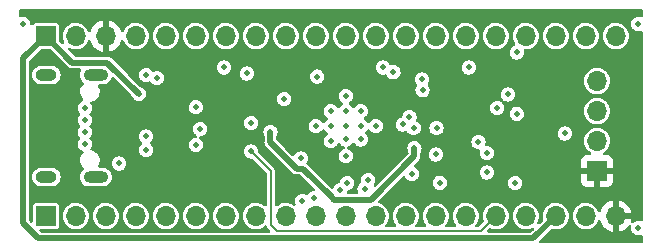
<source format=gbr>
%TF.GenerationSoftware,KiCad,Pcbnew,7.0.7*%
%TF.CreationDate,2023-12-14T16:20:10+01:00*%
%TF.ProjectId,STM32G474_Black-Pill_v3.0,53544d33-3247-4343-9734-5f426c61636b,A*%
%TF.SameCoordinates,Original*%
%TF.FileFunction,Copper,L3,Inr*%
%TF.FilePolarity,Positive*%
%FSLAX46Y46*%
G04 Gerber Fmt 4.6, Leading zero omitted, Abs format (unit mm)*
G04 Created by KiCad (PCBNEW 7.0.7) date 2023-12-14 16:20:10*
%MOMM*%
%LPD*%
G01*
G04 APERTURE LIST*
%TA.AperFunction,ComponentPad*%
%ADD10R,1.700000X1.700000*%
%TD*%
%TA.AperFunction,ComponentPad*%
%ADD11O,1.700000X1.700000*%
%TD*%
%TA.AperFunction,ComponentPad*%
%ADD12O,2.100000X1.000000*%
%TD*%
%TA.AperFunction,ComponentPad*%
%ADD13O,1.800000X1.000000*%
%TD*%
%TA.AperFunction,ViaPad*%
%ADD14C,0.500000*%
%TD*%
%TA.AperFunction,Conductor*%
%ADD15C,0.500000*%
%TD*%
%TA.AperFunction,Conductor*%
%ADD16C,0.200000*%
%TD*%
G04 APERTURE END LIST*
D10*
%TO.N,+3.3V*%
%TO.C,J104*%
X148285000Y-105410000D03*
D11*
%TO.N,/SWDIO*%
X148285000Y-102870000D03*
%TO.N,/SWCLK*%
X148285000Y-100330000D03*
%TO.N,GND*%
X148285000Y-97790000D03*
%TD*%
D12*
%TO.N,GND*%
%TO.C,J101*%
X105840000Y-97280000D03*
D13*
X101660000Y-97280000D03*
D12*
X105840000Y-105920000D03*
D13*
X101660000Y-105920000D03*
%TD*%
D10*
%TO.N,/PB12*%
%TO.C,J102*%
X101600000Y-109220000D03*
D11*
%TO.N,/PB13*%
X104140000Y-109220000D03*
%TO.N,/PB14*%
X106680000Y-109220000D03*
%TO.N,/PB15*%
X109220000Y-109220000D03*
%TO.N,/PA8*%
X111760000Y-109220000D03*
%TO.N,/PA9*%
X114300000Y-109220000D03*
%TO.N,/PA10*%
X116840000Y-109220000D03*
%TO.N,/PA11*%
X119380000Y-109220000D03*
%TO.N,/PA12*%
X121920000Y-109220000D03*
%TO.N,/PA15*%
X124460000Y-109220000D03*
%TO.N,/PB3*%
X127000000Y-109220000D03*
%TO.N,/PB4*%
X129540000Y-109220000D03*
%TO.N,/PB5*%
X132080000Y-109220000D03*
%TO.N,/PB6*%
X134620000Y-109220000D03*
%TO.N,/PB7*%
X137160000Y-109220000D03*
%TO.N,/PB11*%
X139700000Y-109220000D03*
%TO.N,/PB9*%
X142240000Y-109220000D03*
%TO.N,+5V*%
X144780000Y-109220000D03*
%TO.N,GND*%
X147320000Y-109220000D03*
%TO.N,+3.3V*%
X149860000Y-109220000D03*
%TD*%
D10*
%TO.N,+5V*%
%TO.C,J103*%
X101600000Y-93980000D03*
D11*
%TO.N,GND*%
X104140000Y-93980000D03*
%TO.N,+3.3V*%
X106680000Y-93980000D03*
%TO.N,/PB10*%
X109220000Y-93980000D03*
%TO.N,/PB2*%
X111760000Y-93980000D03*
%TO.N,/PB1*%
X114300000Y-93980000D03*
%TO.N,/PB0*%
X116840000Y-93980000D03*
%TO.N,/PA7*%
X119380000Y-93980000D03*
%TO.N,/PA6*%
X121920000Y-93980000D03*
%TO.N,/PA5*%
X124460000Y-93980000D03*
%TO.N,/PA4*%
X127000000Y-93980000D03*
%TO.N,/PA3*%
X129540000Y-93980000D03*
%TO.N,/PA2*%
X132080000Y-93980000D03*
%TO.N,/PA1*%
X134620000Y-93980000D03*
%TO.N,/PA0*%
X137160000Y-93980000D03*
%TO.N,NRST*%
X139700000Y-93980000D03*
%TO.N,/Pin17*%
X142240000Y-93980000D03*
%TO.N,/Pin18*%
X144780000Y-93980000D03*
%TO.N,/PC13*%
X147320000Y-93980000D03*
%TO.N,VB*%
X149860000Y-93980000D03*
%TD*%
D14*
%TO.N,+3.3V*%
X113919000Y-101346000D03*
X151765000Y-92075000D03*
X110998000Y-103632000D03*
X119660000Y-102760000D03*
X99695000Y-92075000D03*
X146050000Y-99568000D03*
X141478000Y-101406000D03*
X115316000Y-96774000D03*
X108524000Y-95316000D03*
X117153000Y-105342000D03*
X136144000Y-106426000D03*
X141478000Y-97790000D03*
X102108000Y-107696000D03*
X151765000Y-111125000D03*
%TO.N,GND*%
X114681000Y-101854000D03*
X133477000Y-97663000D03*
X141478000Y-95377000D03*
X110109000Y-102489000D03*
X134620000Y-104013000D03*
X127000000Y-104140000D03*
X134683500Y-101790500D03*
X99695000Y-92964000D03*
X141478000Y-100556000D03*
X107823000Y-104775000D03*
X110998000Y-97536000D03*
X125730000Y-102870000D03*
X123317000Y-107950000D03*
X124460000Y-101600000D03*
X118999000Y-101346000D03*
X127000000Y-100330000D03*
X124333000Y-107696000D03*
X125730000Y-100330000D03*
X141351000Y-106426000D03*
X127000000Y-99060000D03*
X151765000Y-92964000D03*
X145542000Y-102235000D03*
X134973000Y-106398000D03*
X118618000Y-97155000D03*
X137414000Y-96647000D03*
X128270000Y-102743000D03*
X127000000Y-102743000D03*
X127000000Y-101600000D03*
X131036000Y-97056000D03*
X133505000Y-98580000D03*
X125730000Y-101600000D03*
X132746069Y-101774964D03*
X110109000Y-103632000D03*
X128270000Y-101600000D03*
X128270000Y-100330000D03*
X121793000Y-99314000D03*
X151765000Y-110236000D03*
X110109000Y-97282000D03*
X129540000Y-101600000D03*
X116713000Y-96647000D03*
%TO.N,NRST*%
X130175000Y-96647000D03*
X114300000Y-100008000D03*
%TO.N,VBAT*%
X131826000Y-101473000D03*
X140716000Y-98933000D03*
%TO.N,+5V*%
X109474000Y-98879076D03*
%TO.N,/PC13*%
X132392378Y-100838000D03*
X139827000Y-100076000D03*
%TO.N,Net-(J101-CC1)*%
X104902000Y-100076000D03*
%TO.N,Net-(J101-D+-PadA6)*%
X104902000Y-102108000D03*
%TO.N,Net-(J101-D--PadA7)*%
X104902000Y-101092000D03*
%TO.N,Net-(J101-CC2)*%
X104902000Y-103124000D03*
%TO.N,/PB11*%
X118999000Y-103759000D03*
%TO.N,/PC6*%
X123190000Y-104349339D03*
%TO.N,/PC4*%
X124581884Y-97414116D03*
%TO.N,/SWDIO*%
X126526311Y-107026689D03*
%TO.N,/SWCLK*%
X127127000Y-106426000D03*
%TO.N,/PC10*%
X128905000Y-106172000D03*
X138938000Y-103886000D03*
X138938000Y-105537000D03*
%TO.N,/PC11*%
X128589503Y-106960744D03*
%TO.N,/PB8*%
X132588000Y-105664000D03*
X114300000Y-103192000D03*
%TO.N,/+3.3V_{MCU}*%
X132815386Y-103478386D03*
X120622000Y-102108000D03*
X125730000Y-107569000D03*
X138237918Y-102960000D03*
%TD*%
D15*
%TO.N,+5V*%
X99695000Y-95885000D02*
X99695000Y-109855000D01*
X100965000Y-111125000D02*
X142875000Y-111125000D01*
X103850000Y-96230000D02*
X101600000Y-93980000D01*
X101600000Y-93980000D02*
X99695000Y-95885000D01*
X106824924Y-96230000D02*
X103850000Y-96230000D01*
X99695000Y-109855000D02*
X100965000Y-111125000D01*
X109474000Y-98879076D02*
X106824924Y-96230000D01*
X142875000Y-111125000D02*
X144780000Y-109220000D01*
D16*
%TO.N,/PB11*%
X138430000Y-110490000D02*
X121158000Y-110490000D01*
X121158000Y-110490000D02*
X120650000Y-109982000D01*
X139700000Y-109220000D02*
X138430000Y-110490000D01*
X120650000Y-109982000D02*
X120650000Y-105410000D01*
X120650000Y-105410000D02*
X118999000Y-103759000D01*
D15*
%TO.N,/+3.3V_{MCU}*%
X132815386Y-104166614D02*
X132815386Y-103478386D01*
X123360339Y-105199339D02*
X122837918Y-105199339D01*
X125730000Y-107569000D02*
X123360339Y-105199339D01*
X129105311Y-107876689D02*
X132815386Y-104166614D01*
X126037689Y-107876689D02*
X129105311Y-107876689D01*
X125730000Y-107569000D02*
X126037689Y-107876689D01*
X120622000Y-102983421D02*
X120622000Y-102108000D01*
X122837918Y-105199339D02*
X120622000Y-102983421D01*
%TD*%
%TA.AperFunction,Conductor*%
%TO.N,+3.3V*%
G36*
X152092539Y-91710185D02*
G01*
X152138294Y-91762989D01*
X152149500Y-91814500D01*
X152149500Y-92287709D01*
X152129815Y-92354748D01*
X152077011Y-92400503D01*
X152007853Y-92410447D01*
X151978048Y-92402270D01*
X151921765Y-92378957D01*
X151921760Y-92378955D01*
X151765001Y-92358318D01*
X151764999Y-92358318D01*
X151608239Y-92378955D01*
X151608237Y-92378956D01*
X151462160Y-92439463D01*
X151336718Y-92535718D01*
X151240463Y-92661160D01*
X151179956Y-92807237D01*
X151179955Y-92807239D01*
X151159318Y-92963998D01*
X151159318Y-92964001D01*
X151179955Y-93120760D01*
X151179956Y-93120762D01*
X151240464Y-93266841D01*
X151336718Y-93392282D01*
X151462159Y-93488536D01*
X151608238Y-93549044D01*
X151686618Y-93559363D01*
X151764999Y-93569682D01*
X151765000Y-93569682D01*
X151765001Y-93569682D01*
X151804190Y-93564522D01*
X151921762Y-93549044D01*
X151978050Y-93525728D01*
X152047516Y-93518260D01*
X152109995Y-93549534D01*
X152145648Y-93609623D01*
X152149500Y-93640290D01*
X152149500Y-109559709D01*
X152129815Y-109626748D01*
X152077011Y-109672503D01*
X152007853Y-109682447D01*
X151978048Y-109674270D01*
X151921765Y-109650957D01*
X151921760Y-109650955D01*
X151765001Y-109630318D01*
X151764999Y-109630318D01*
X151608239Y-109650955D01*
X151608237Y-109650956D01*
X151462160Y-109711463D01*
X151444805Y-109724780D01*
X151336718Y-109807718D01*
X151336716Y-109807720D01*
X151330271Y-109812666D01*
X151328504Y-109810363D01*
X151279424Y-109837145D01*
X151209734Y-109832140D01*
X151153813Y-109790252D01*
X151129415Y-109724780D01*
X151133327Y-109683877D01*
X151190636Y-109470000D01*
X150473347Y-109470000D01*
X150406308Y-109450315D01*
X150360553Y-109397511D01*
X150350609Y-109328353D01*
X150354369Y-109311067D01*
X150360000Y-109291888D01*
X150360000Y-109148111D01*
X150354369Y-109128933D01*
X150354370Y-109059064D01*
X150392145Y-109000286D01*
X150455701Y-108971262D01*
X150473347Y-108970000D01*
X151190636Y-108970000D01*
X151190635Y-108969999D01*
X151133432Y-108756513D01*
X151133429Y-108756507D01*
X151033600Y-108542422D01*
X151033599Y-108542420D01*
X150898113Y-108348926D01*
X150898108Y-108348920D01*
X150731082Y-108181894D01*
X150537578Y-108046399D01*
X150323492Y-107946570D01*
X150323486Y-107946567D01*
X150110000Y-107889364D01*
X150110000Y-108607698D01*
X150090315Y-108674737D01*
X150037511Y-108720492D01*
X149968355Y-108730436D01*
X149895766Y-108720000D01*
X149895763Y-108720000D01*
X149824237Y-108720000D01*
X149824233Y-108720000D01*
X149751645Y-108730436D01*
X149682487Y-108720492D01*
X149629684Y-108674736D01*
X149610000Y-108607698D01*
X149610000Y-107889364D01*
X149609999Y-107889364D01*
X149396513Y-107946567D01*
X149396507Y-107946570D01*
X149182422Y-108046399D01*
X149182420Y-108046400D01*
X148988926Y-108181886D01*
X148988920Y-108181891D01*
X148821891Y-108348920D01*
X148821886Y-108348926D01*
X148686400Y-108542420D01*
X148686399Y-108542422D01*
X148586570Y-108756507D01*
X148586568Y-108756511D01*
X148577592Y-108790011D01*
X148541226Y-108849671D01*
X148478379Y-108880199D01*
X148409003Y-108871904D01*
X148355126Y-108827418D01*
X148346817Y-108813188D01*
X148278546Y-108676082D01*
X148259673Y-108638179D01*
X148181788Y-108535043D01*
X148136762Y-108475418D01*
X147986041Y-108338019D01*
X147986039Y-108338017D01*
X147812642Y-108230655D01*
X147812635Y-108230651D01*
X147686769Y-108181891D01*
X147622456Y-108156976D01*
X147421976Y-108119500D01*
X147218024Y-108119500D01*
X147017544Y-108156976D01*
X147017541Y-108156976D01*
X147017541Y-108156977D01*
X146827364Y-108230651D01*
X146827357Y-108230655D01*
X146653960Y-108338017D01*
X146653958Y-108338019D01*
X146503237Y-108475418D01*
X146380327Y-108638178D01*
X146289422Y-108820739D01*
X146289417Y-108820752D01*
X146233602Y-109016917D01*
X146214785Y-109219999D01*
X146214785Y-109220000D01*
X146233602Y-109423082D01*
X146289417Y-109619247D01*
X146289422Y-109619260D01*
X146380327Y-109801821D01*
X146503237Y-109964581D01*
X146653958Y-110101980D01*
X146653960Y-110101982D01*
X146682762Y-110119815D01*
X146827363Y-110209348D01*
X147017544Y-110283024D01*
X147218024Y-110320500D01*
X147218026Y-110320500D01*
X147421974Y-110320500D01*
X147421976Y-110320500D01*
X147622456Y-110283024D01*
X147812637Y-110209348D01*
X147986041Y-110101981D01*
X148136764Y-109964579D01*
X148259673Y-109801821D01*
X148334794Y-109650957D01*
X148346817Y-109626812D01*
X148394319Y-109575575D01*
X148461982Y-109558153D01*
X148528323Y-109580078D01*
X148572278Y-109634389D01*
X148577592Y-109649989D01*
X148586567Y-109683485D01*
X148586570Y-109683492D01*
X148686399Y-109897578D01*
X148821894Y-110091082D01*
X148988917Y-110258105D01*
X149182421Y-110393600D01*
X149396507Y-110493429D01*
X149396516Y-110493433D01*
X149610000Y-110550634D01*
X149610000Y-109832301D01*
X149629685Y-109765262D01*
X149682489Y-109719507D01*
X149751647Y-109709563D01*
X149824237Y-109720000D01*
X149824238Y-109720000D01*
X149895762Y-109720000D01*
X149895763Y-109720000D01*
X149968353Y-109709563D01*
X150037512Y-109719507D01*
X150090315Y-109765262D01*
X150110000Y-109832301D01*
X150110000Y-110550633D01*
X150323483Y-110493433D01*
X150323492Y-110493429D01*
X150537578Y-110393600D01*
X150731082Y-110258105D01*
X150898105Y-110091082D01*
X150952642Y-110013197D01*
X151007219Y-109969572D01*
X151076718Y-109962380D01*
X151139072Y-109993902D01*
X151174486Y-110054132D01*
X151177156Y-110100506D01*
X151159318Y-110235998D01*
X151159318Y-110236001D01*
X151179955Y-110392760D01*
X151179956Y-110392762D01*
X151215128Y-110477676D01*
X151240464Y-110538841D01*
X151336718Y-110664282D01*
X151462159Y-110760536D01*
X151608238Y-110821044D01*
X151686618Y-110831363D01*
X151764999Y-110841682D01*
X151765000Y-110841682D01*
X151765001Y-110841682D01*
X151804190Y-110836522D01*
X151921762Y-110821044D01*
X151978050Y-110797728D01*
X152047516Y-110790260D01*
X152109995Y-110821534D01*
X152145648Y-110881623D01*
X152149500Y-110912290D01*
X152149500Y-111385500D01*
X152129815Y-111452539D01*
X152077011Y-111498294D01*
X152025500Y-111509500D01*
X143497675Y-111509500D01*
X143430636Y-111489815D01*
X143384881Y-111437011D01*
X143374937Y-111367853D01*
X143403962Y-111304297D01*
X143409994Y-111297819D01*
X143886770Y-110821043D01*
X144386881Y-110320931D01*
X144448202Y-110287448D01*
X144497342Y-110286725D01*
X144678024Y-110320500D01*
X144678026Y-110320500D01*
X144881974Y-110320500D01*
X144881976Y-110320500D01*
X145082456Y-110283024D01*
X145272637Y-110209348D01*
X145446041Y-110101981D01*
X145596764Y-109964579D01*
X145719673Y-109801821D01*
X145810582Y-109619250D01*
X145866397Y-109423083D01*
X145885215Y-109220000D01*
X145866397Y-109016917D01*
X145810582Y-108820750D01*
X145810574Y-108820734D01*
X145738546Y-108676082D01*
X145719673Y-108638179D01*
X145641788Y-108535043D01*
X145596762Y-108475418D01*
X145446041Y-108338019D01*
X145446039Y-108338017D01*
X145272642Y-108230655D01*
X145272635Y-108230651D01*
X145146769Y-108181891D01*
X145082456Y-108156976D01*
X144881976Y-108119500D01*
X144678024Y-108119500D01*
X144477544Y-108156976D01*
X144477541Y-108156976D01*
X144477541Y-108156977D01*
X144287364Y-108230651D01*
X144287357Y-108230655D01*
X144113960Y-108338017D01*
X144113958Y-108338019D01*
X143963237Y-108475418D01*
X143840327Y-108638178D01*
X143749422Y-108820739D01*
X143749417Y-108820752D01*
X143693602Y-109016917D01*
X143674785Y-109219999D01*
X143674785Y-109220000D01*
X143693602Y-109423079D01*
X143693602Y-109423082D01*
X143693603Y-109423083D01*
X143712534Y-109489622D01*
X143711947Y-109559487D01*
X143680949Y-109611235D01*
X143409042Y-109883142D01*
X143347719Y-109916627D01*
X143278027Y-109911643D01*
X143222094Y-109869771D01*
X143197677Y-109804307D01*
X143210360Y-109740192D01*
X143270582Y-109619250D01*
X143326397Y-109423083D01*
X143345215Y-109220000D01*
X143326397Y-109016917D01*
X143270582Y-108820750D01*
X143270574Y-108820734D01*
X143198546Y-108676082D01*
X143179673Y-108638179D01*
X143101788Y-108535043D01*
X143056762Y-108475418D01*
X142906041Y-108338019D01*
X142906039Y-108338017D01*
X142732642Y-108230655D01*
X142732635Y-108230651D01*
X142606769Y-108181891D01*
X142542456Y-108156976D01*
X142341976Y-108119500D01*
X142138024Y-108119500D01*
X141937544Y-108156976D01*
X141937541Y-108156976D01*
X141937541Y-108156977D01*
X141747364Y-108230651D01*
X141747357Y-108230655D01*
X141573960Y-108338017D01*
X141573958Y-108338019D01*
X141423237Y-108475418D01*
X141300327Y-108638178D01*
X141209422Y-108820739D01*
X141209417Y-108820752D01*
X141153602Y-109016917D01*
X141134785Y-109219999D01*
X141134785Y-109220000D01*
X141153602Y-109423082D01*
X141209417Y-109619247D01*
X141209422Y-109619260D01*
X141300327Y-109801821D01*
X141423237Y-109964581D01*
X141573958Y-110101980D01*
X141573960Y-110101982D01*
X141602762Y-110119815D01*
X141747363Y-110209348D01*
X141937544Y-110283024D01*
X142138024Y-110320500D01*
X142138026Y-110320500D01*
X142341974Y-110320500D01*
X142341976Y-110320500D01*
X142542456Y-110283024D01*
X142732637Y-110209348D01*
X142743490Y-110202627D01*
X142810845Y-110184069D01*
X142877546Y-110204873D01*
X142922411Y-110258435D01*
X142931195Y-110327751D01*
X142901111Y-110390812D01*
X142896452Y-110395733D01*
X142821328Y-110470858D01*
X142704003Y-110588182D01*
X142642683Y-110621666D01*
X142616324Y-110624500D01*
X139090543Y-110624500D01*
X139023504Y-110604815D01*
X138977749Y-110552011D01*
X138967805Y-110482853D01*
X138996830Y-110419297D01*
X139002840Y-110412840D01*
X139149490Y-110266190D01*
X139210809Y-110232708D01*
X139280501Y-110237692D01*
X139281962Y-110238248D01*
X139397536Y-110283021D01*
X139397544Y-110283024D01*
X139598024Y-110320500D01*
X139598026Y-110320500D01*
X139801974Y-110320500D01*
X139801976Y-110320500D01*
X140002456Y-110283024D01*
X140192637Y-110209348D01*
X140366041Y-110101981D01*
X140516764Y-109964579D01*
X140639673Y-109801821D01*
X140730582Y-109619250D01*
X140786397Y-109423083D01*
X140805215Y-109220000D01*
X140786397Y-109016917D01*
X140730582Y-108820750D01*
X140730574Y-108820734D01*
X140658546Y-108676082D01*
X140639673Y-108638179D01*
X140561788Y-108535043D01*
X140516762Y-108475418D01*
X140366041Y-108338019D01*
X140366039Y-108338017D01*
X140192642Y-108230655D01*
X140192635Y-108230651D01*
X140066769Y-108181891D01*
X140002456Y-108156976D01*
X139801976Y-108119500D01*
X139598024Y-108119500D01*
X139397544Y-108156976D01*
X139397541Y-108156976D01*
X139397541Y-108156977D01*
X139207364Y-108230651D01*
X139207357Y-108230655D01*
X139033960Y-108338017D01*
X139033958Y-108338019D01*
X138883237Y-108475418D01*
X138760327Y-108638178D01*
X138669422Y-108820739D01*
X138669417Y-108820752D01*
X138613602Y-109016917D01*
X138594785Y-109219999D01*
X138594785Y-109220000D01*
X138613602Y-109423082D01*
X138669418Y-109619253D01*
X138674741Y-109629941D01*
X138687002Y-109698726D01*
X138660129Y-109763221D01*
X138651423Y-109772894D01*
X138321135Y-110103182D01*
X138259814Y-110136666D01*
X138233456Y-110139500D01*
X138093695Y-110139500D01*
X138026656Y-110119815D01*
X137980901Y-110067011D01*
X137970957Y-109997853D01*
X137994741Y-109940773D01*
X138000491Y-109933159D01*
X138099673Y-109801821D01*
X138190582Y-109619250D01*
X138246397Y-109423083D01*
X138265215Y-109220000D01*
X138246397Y-109016917D01*
X138190582Y-108820750D01*
X138190574Y-108820734D01*
X138118546Y-108676082D01*
X138099673Y-108638179D01*
X138021788Y-108535043D01*
X137976762Y-108475418D01*
X137826041Y-108338019D01*
X137826039Y-108338017D01*
X137652642Y-108230655D01*
X137652635Y-108230651D01*
X137526769Y-108181891D01*
X137462456Y-108156976D01*
X137261976Y-108119500D01*
X137058024Y-108119500D01*
X136857544Y-108156976D01*
X136857541Y-108156976D01*
X136857541Y-108156977D01*
X136667364Y-108230651D01*
X136667357Y-108230655D01*
X136493960Y-108338017D01*
X136493958Y-108338019D01*
X136343237Y-108475418D01*
X136220327Y-108638178D01*
X136129422Y-108820739D01*
X136129417Y-108820752D01*
X136073602Y-109016917D01*
X136054785Y-109219999D01*
X136054785Y-109220000D01*
X136073602Y-109423082D01*
X136129417Y-109619247D01*
X136129422Y-109619260D01*
X136207002Y-109775061D01*
X136220327Y-109801821D01*
X136307024Y-109916627D01*
X136325259Y-109940773D01*
X136349951Y-110006134D01*
X136335386Y-110074469D01*
X136286189Y-110124082D01*
X136226305Y-110139500D01*
X135553695Y-110139500D01*
X135486656Y-110119815D01*
X135440901Y-110067011D01*
X135430957Y-109997853D01*
X135454741Y-109940773D01*
X135460491Y-109933159D01*
X135559673Y-109801821D01*
X135650582Y-109619250D01*
X135706397Y-109423083D01*
X135725215Y-109220000D01*
X135706397Y-109016917D01*
X135650582Y-108820750D01*
X135650574Y-108820734D01*
X135578546Y-108676082D01*
X135559673Y-108638179D01*
X135481788Y-108535043D01*
X135436762Y-108475418D01*
X135286041Y-108338019D01*
X135286039Y-108338017D01*
X135112642Y-108230655D01*
X135112635Y-108230651D01*
X134986769Y-108181891D01*
X134922456Y-108156976D01*
X134721976Y-108119500D01*
X134518024Y-108119500D01*
X134317544Y-108156976D01*
X134317541Y-108156976D01*
X134317541Y-108156977D01*
X134127364Y-108230651D01*
X134127357Y-108230655D01*
X133953960Y-108338017D01*
X133953958Y-108338019D01*
X133803237Y-108475418D01*
X133680327Y-108638178D01*
X133589422Y-108820739D01*
X133589417Y-108820752D01*
X133533602Y-109016917D01*
X133514785Y-109219999D01*
X133514785Y-109220000D01*
X133533602Y-109423082D01*
X133589417Y-109619247D01*
X133589422Y-109619260D01*
X133667002Y-109775061D01*
X133680327Y-109801821D01*
X133767024Y-109916627D01*
X133785259Y-109940773D01*
X133809951Y-110006134D01*
X133795386Y-110074469D01*
X133746189Y-110124082D01*
X133686305Y-110139500D01*
X133013695Y-110139500D01*
X132946656Y-110119815D01*
X132900901Y-110067011D01*
X132890957Y-109997853D01*
X132914741Y-109940773D01*
X132920491Y-109933159D01*
X133019673Y-109801821D01*
X133110582Y-109619250D01*
X133166397Y-109423083D01*
X133185215Y-109220000D01*
X133166397Y-109016917D01*
X133110582Y-108820750D01*
X133110574Y-108820734D01*
X133038546Y-108676082D01*
X133019673Y-108638179D01*
X132941788Y-108535043D01*
X132896762Y-108475418D01*
X132746041Y-108338019D01*
X132746039Y-108338017D01*
X132572642Y-108230655D01*
X132572635Y-108230651D01*
X132446769Y-108181891D01*
X132382456Y-108156976D01*
X132181976Y-108119500D01*
X131978024Y-108119500D01*
X131777544Y-108156976D01*
X131777541Y-108156976D01*
X131777541Y-108156977D01*
X131587364Y-108230651D01*
X131587357Y-108230655D01*
X131413960Y-108338017D01*
X131413958Y-108338019D01*
X131263237Y-108475418D01*
X131140327Y-108638178D01*
X131049422Y-108820739D01*
X131049417Y-108820752D01*
X130993602Y-109016917D01*
X130974785Y-109219999D01*
X130974785Y-109220000D01*
X130993602Y-109423082D01*
X131049417Y-109619247D01*
X131049422Y-109619260D01*
X131127002Y-109775061D01*
X131140327Y-109801821D01*
X131227024Y-109916627D01*
X131245259Y-109940773D01*
X131269951Y-110006134D01*
X131255386Y-110074469D01*
X131206189Y-110124082D01*
X131146305Y-110139500D01*
X130473695Y-110139500D01*
X130406656Y-110119815D01*
X130360901Y-110067011D01*
X130350957Y-109997853D01*
X130374741Y-109940773D01*
X130380491Y-109933159D01*
X130479673Y-109801821D01*
X130570582Y-109619250D01*
X130626397Y-109423083D01*
X130645215Y-109220000D01*
X130626397Y-109016917D01*
X130570582Y-108820750D01*
X130570574Y-108820734D01*
X130498546Y-108676082D01*
X130479673Y-108638179D01*
X130401788Y-108535043D01*
X130356762Y-108475418D01*
X130206041Y-108338019D01*
X130206039Y-108338017D01*
X130032642Y-108230655D01*
X130032635Y-108230651D01*
X129842459Y-108156977D01*
X129842458Y-108156976D01*
X129842456Y-108156976D01*
X129812836Y-108151439D01*
X129750557Y-108119771D01*
X129715285Y-108059459D01*
X129718219Y-107989651D01*
X129747941Y-107941872D01*
X131291811Y-106398001D01*
X134367318Y-106398001D01*
X134387955Y-106554760D01*
X134387956Y-106554762D01*
X134413814Y-106617190D01*
X134448464Y-106700841D01*
X134544718Y-106826282D01*
X134670159Y-106922536D01*
X134816238Y-106983044D01*
X134894618Y-106993363D01*
X134972999Y-107003682D01*
X134973000Y-107003682D01*
X134973001Y-107003682D01*
X135025253Y-106996802D01*
X135129762Y-106983044D01*
X135275841Y-106922536D01*
X135401282Y-106826282D01*
X135497536Y-106700841D01*
X135558044Y-106554762D01*
X135574995Y-106426001D01*
X140745318Y-106426001D01*
X140765955Y-106582760D01*
X140765956Y-106582762D01*
X140823008Y-106720499D01*
X140826464Y-106728841D01*
X140922718Y-106854282D01*
X141048159Y-106950536D01*
X141194238Y-107011044D01*
X141272618Y-107021363D01*
X141350999Y-107031682D01*
X141351000Y-107031682D01*
X141351001Y-107031682D01*
X141416438Y-107023067D01*
X141507762Y-107011044D01*
X141653841Y-106950536D01*
X141779282Y-106854282D01*
X141875536Y-106728841D01*
X141936044Y-106582762D01*
X141956682Y-106426000D01*
X141952995Y-106397998D01*
X141941126Y-106307844D01*
X146935000Y-106307844D01*
X146941401Y-106367372D01*
X146941403Y-106367379D01*
X146991645Y-106502086D01*
X146991649Y-106502093D01*
X147077809Y-106617187D01*
X147077812Y-106617190D01*
X147192906Y-106703350D01*
X147192913Y-106703354D01*
X147327620Y-106753596D01*
X147327627Y-106753598D01*
X147387155Y-106759999D01*
X147387172Y-106760000D01*
X148035000Y-106760000D01*
X148035000Y-106022301D01*
X148054685Y-105955262D01*
X148107489Y-105909507D01*
X148176647Y-105899563D01*
X148249237Y-105910000D01*
X148249238Y-105910000D01*
X148320762Y-105910000D01*
X148320763Y-105910000D01*
X148393353Y-105899563D01*
X148462512Y-105909507D01*
X148515315Y-105955262D01*
X148535000Y-106022301D01*
X148535000Y-106760000D01*
X149182828Y-106760000D01*
X149182844Y-106759999D01*
X149242372Y-106753598D01*
X149242379Y-106753596D01*
X149377086Y-106703354D01*
X149377093Y-106703350D01*
X149492187Y-106617190D01*
X149492190Y-106617187D01*
X149578350Y-106502093D01*
X149578354Y-106502086D01*
X149628596Y-106367379D01*
X149628598Y-106367372D01*
X149634999Y-106307844D01*
X149635000Y-106307827D01*
X149635000Y-105660000D01*
X148898347Y-105660000D01*
X148831308Y-105640315D01*
X148785553Y-105587511D01*
X148775609Y-105518353D01*
X148779369Y-105501067D01*
X148785000Y-105481888D01*
X148785000Y-105338111D01*
X148779369Y-105318933D01*
X148779370Y-105249064D01*
X148817145Y-105190286D01*
X148880701Y-105161262D01*
X148898347Y-105160000D01*
X149635000Y-105160000D01*
X149635000Y-104512172D01*
X149634999Y-104512155D01*
X149628598Y-104452627D01*
X149628596Y-104452620D01*
X149578354Y-104317913D01*
X149578350Y-104317906D01*
X149492190Y-104202812D01*
X149492187Y-104202809D01*
X149377093Y-104116649D01*
X149377086Y-104116645D01*
X149242379Y-104066403D01*
X149242372Y-104066401D01*
X149182844Y-104060000D01*
X148889388Y-104060000D01*
X148822349Y-104040315D01*
X148776594Y-103987511D01*
X148766650Y-103918353D01*
X148795675Y-103854797D01*
X148824111Y-103830573D01*
X148951039Y-103751982D01*
X148951038Y-103751982D01*
X148951041Y-103751981D01*
X149100794Y-103615463D01*
X149101762Y-103614581D01*
X149101764Y-103614579D01*
X149224673Y-103451821D01*
X149315582Y-103269250D01*
X149371397Y-103073083D01*
X149390215Y-102870000D01*
X149382972Y-102791839D01*
X149371397Y-102666917D01*
X149348442Y-102586239D01*
X149315582Y-102470750D01*
X149301348Y-102442165D01*
X149253194Y-102345458D01*
X149224673Y-102288179D01*
X149104882Y-102129550D01*
X149101762Y-102125418D01*
X148951041Y-101988019D01*
X148951039Y-101988017D01*
X148777642Y-101880655D01*
X148777635Y-101880651D01*
X148662562Y-101836072D01*
X148587456Y-101806976D01*
X148386976Y-101769500D01*
X148183024Y-101769500D01*
X147982544Y-101806976D01*
X147982541Y-101806976D01*
X147982541Y-101806977D01*
X147792364Y-101880651D01*
X147792357Y-101880655D01*
X147618960Y-101988017D01*
X147618958Y-101988019D01*
X147468237Y-102125418D01*
X147345327Y-102288178D01*
X147254422Y-102470739D01*
X147254417Y-102470752D01*
X147198602Y-102666917D01*
X147179785Y-102869999D01*
X147179785Y-102870000D01*
X147198602Y-103073082D01*
X147254417Y-103269247D01*
X147254422Y-103269260D01*
X147345327Y-103451821D01*
X147468237Y-103614581D01*
X147594010Y-103729237D01*
X147608894Y-103742806D01*
X147618958Y-103751980D01*
X147618960Y-103751982D01*
X147745889Y-103830573D01*
X147792525Y-103882601D01*
X147803629Y-103951583D01*
X147775676Y-104015617D01*
X147717541Y-104054373D01*
X147680612Y-104060000D01*
X147387155Y-104060000D01*
X147327627Y-104066401D01*
X147327620Y-104066403D01*
X147192913Y-104116645D01*
X147192906Y-104116649D01*
X147077812Y-104202809D01*
X147077809Y-104202812D01*
X146991649Y-104317906D01*
X146991645Y-104317913D01*
X146941403Y-104452620D01*
X146941401Y-104452627D01*
X146935000Y-104512155D01*
X146935000Y-105160000D01*
X147671653Y-105160000D01*
X147738692Y-105179685D01*
X147784447Y-105232489D01*
X147794391Y-105301647D01*
X147790631Y-105318933D01*
X147785000Y-105338111D01*
X147785000Y-105481888D01*
X147790631Y-105501067D01*
X147790630Y-105570936D01*
X147752855Y-105629714D01*
X147689299Y-105658738D01*
X147671653Y-105660000D01*
X146935000Y-105660000D01*
X146935000Y-106307844D01*
X141941126Y-106307844D01*
X141936102Y-106269682D01*
X141936044Y-106269238D01*
X141875536Y-106123159D01*
X141779282Y-105997718D01*
X141653841Y-105901464D01*
X141575852Y-105869160D01*
X141507762Y-105840956D01*
X141507760Y-105840955D01*
X141351001Y-105820318D01*
X141350999Y-105820318D01*
X141194239Y-105840955D01*
X141194237Y-105840956D01*
X141048160Y-105901463D01*
X140922718Y-105997718D01*
X140826463Y-106123160D01*
X140765956Y-106269237D01*
X140765955Y-106269239D01*
X140745318Y-106425998D01*
X140745318Y-106426001D01*
X135574995Y-106426001D01*
X135577273Y-106408701D01*
X135578682Y-106398001D01*
X135578682Y-106397998D01*
X135559072Y-106249044D01*
X135558044Y-106241238D01*
X135497536Y-106095159D01*
X135401282Y-105969718D01*
X135275841Y-105873464D01*
X135269098Y-105870671D01*
X135129762Y-105812956D01*
X135129760Y-105812955D01*
X134973001Y-105792318D01*
X134972999Y-105792318D01*
X134816239Y-105812955D01*
X134816237Y-105812956D01*
X134670160Y-105873463D01*
X134544718Y-105969718D01*
X134448463Y-106095160D01*
X134387956Y-106241237D01*
X134387955Y-106241239D01*
X134367318Y-106397998D01*
X134367318Y-106398001D01*
X131291811Y-106398001D01*
X131832514Y-105857298D01*
X131893835Y-105823815D01*
X131963527Y-105828799D01*
X132019460Y-105870671D01*
X132034754Y-105897529D01*
X132063462Y-105966838D01*
X132063463Y-105966839D01*
X132063464Y-105966841D01*
X132159718Y-106092282D01*
X132285159Y-106188536D01*
X132431238Y-106249044D01*
X132509619Y-106259363D01*
X132587999Y-106269682D01*
X132588000Y-106269682D01*
X132588001Y-106269682D01*
X132640253Y-106262802D01*
X132744762Y-106249044D01*
X132890841Y-106188536D01*
X133016282Y-106092282D01*
X133112536Y-105966841D01*
X133173044Y-105820762D01*
X133189764Y-105693760D01*
X133193682Y-105664001D01*
X133193682Y-105663998D01*
X133176962Y-105537001D01*
X138332318Y-105537001D01*
X138352955Y-105693760D01*
X138352956Y-105693762D01*
X138413464Y-105839841D01*
X138509718Y-105965282D01*
X138635159Y-106061536D01*
X138781238Y-106122044D01*
X138859618Y-106132363D01*
X138937999Y-106142682D01*
X138938000Y-106142682D01*
X138938001Y-106142682D01*
X138990253Y-106135802D01*
X139094762Y-106122044D01*
X139240841Y-106061536D01*
X139366282Y-105965282D01*
X139462536Y-105839841D01*
X139523044Y-105693762D01*
X139536802Y-105589253D01*
X139543682Y-105537001D01*
X139543682Y-105536998D01*
X139527981Y-105417737D01*
X139523044Y-105380238D01*
X139462536Y-105234159D01*
X139366282Y-105108718D01*
X139240841Y-105012464D01*
X139094762Y-104951956D01*
X139094760Y-104951955D01*
X138938001Y-104931318D01*
X138937999Y-104931318D01*
X138781239Y-104951955D01*
X138781237Y-104951956D01*
X138635160Y-105012463D01*
X138509718Y-105108718D01*
X138413463Y-105234160D01*
X138352956Y-105380237D01*
X138352955Y-105380239D01*
X138332318Y-105536998D01*
X138332318Y-105537001D01*
X133176962Y-105537001D01*
X133173044Y-105507239D01*
X133173044Y-105507238D01*
X133112536Y-105361159D01*
X133016282Y-105235718D01*
X132890841Y-105139464D01*
X132890840Y-105139463D01*
X132890838Y-105139462D01*
X132821529Y-105110754D01*
X132767125Y-105066913D01*
X132745060Y-105000619D01*
X132762339Y-104932920D01*
X132781297Y-104908515D01*
X133121814Y-104567997D01*
X133142455Y-104551364D01*
X133146514Y-104548757D01*
X133180515Y-104509516D01*
X133183486Y-104506325D01*
X133194606Y-104495207D01*
X133204031Y-104482614D01*
X133206776Y-104479208D01*
X133240763Y-104439987D01*
X133242761Y-104435609D01*
X133256293Y-104412803D01*
X133259182Y-104408945D01*
X133277308Y-104360342D01*
X133279000Y-104356259D01*
X133283357Y-104346718D01*
X133300551Y-104309071D01*
X133301236Y-104304299D01*
X133307795Y-104278606D01*
X133309477Y-104274097D01*
X133313177Y-104222341D01*
X133313644Y-104217999D01*
X133315886Y-104202413D01*
X133315886Y-104186697D01*
X133316044Y-104182272D01*
X133319744Y-104130541D01*
X133318719Y-104125828D01*
X133315886Y-104099472D01*
X133315886Y-104013001D01*
X134014318Y-104013001D01*
X134034955Y-104169760D01*
X134034956Y-104169762D01*
X134068383Y-104250463D01*
X134095464Y-104315841D01*
X134191718Y-104441282D01*
X134317159Y-104537536D01*
X134463238Y-104598044D01*
X134541619Y-104608363D01*
X134619999Y-104618682D01*
X134620000Y-104618682D01*
X134620001Y-104618682D01*
X134672254Y-104611802D01*
X134776762Y-104598044D01*
X134922841Y-104537536D01*
X135048282Y-104441282D01*
X135144536Y-104315841D01*
X135205044Y-104169762D01*
X135224233Y-104024006D01*
X135225682Y-104013001D01*
X135225682Y-104012998D01*
X135210732Y-103899442D01*
X135205044Y-103856238D01*
X135144536Y-103710159D01*
X135048282Y-103584718D01*
X134922841Y-103488464D01*
X134890908Y-103475237D01*
X134776762Y-103427956D01*
X134776760Y-103427955D01*
X134620001Y-103407318D01*
X134619999Y-103407318D01*
X134463239Y-103427955D01*
X134463237Y-103427956D01*
X134317160Y-103488463D01*
X134191718Y-103584718D01*
X134095463Y-103710160D01*
X134034956Y-103856237D01*
X134034955Y-103856239D01*
X134014318Y-104012998D01*
X134014318Y-104013001D01*
X133315886Y-104013001D01*
X133315886Y-103854643D01*
X133335571Y-103787604D01*
X133339310Y-103782286D01*
X133339920Y-103781229D01*
X133339922Y-103781227D01*
X133400430Y-103635148D01*
X133421068Y-103478386D01*
X133420653Y-103475237D01*
X133404003Y-103348762D01*
X133400430Y-103321624D01*
X133339922Y-103175545D01*
X133243668Y-103050104D01*
X133126243Y-102960001D01*
X137632236Y-102960001D01*
X137652873Y-103116760D01*
X137652874Y-103116762D01*
X137688891Y-103203716D01*
X137713382Y-103262841D01*
X137809636Y-103388282D01*
X137935077Y-103484536D01*
X138081156Y-103545044D01*
X138136909Y-103552384D01*
X138245976Y-103566743D01*
X138245708Y-103568773D01*
X138302220Y-103585367D01*
X138347975Y-103638171D01*
X138357919Y-103707329D01*
X138354956Y-103721775D01*
X138352955Y-103729239D01*
X138332318Y-103885998D01*
X138332318Y-103886001D01*
X138352955Y-104042760D01*
X138352956Y-104042762D01*
X138410897Y-104182645D01*
X138413464Y-104188841D01*
X138509718Y-104314282D01*
X138635159Y-104410536D01*
X138781238Y-104471044D01*
X138843091Y-104479187D01*
X138937999Y-104491682D01*
X138938000Y-104491682D01*
X138938001Y-104491682D01*
X139006696Y-104482638D01*
X139094762Y-104471044D01*
X139240841Y-104410536D01*
X139366282Y-104314282D01*
X139462536Y-104188841D01*
X139523044Y-104042762D01*
X139543682Y-103886000D01*
X139537378Y-103838119D01*
X139523044Y-103729239D01*
X139523044Y-103729238D01*
X139462536Y-103583159D01*
X139366282Y-103457718D01*
X139240841Y-103361464D01*
X139166367Y-103330616D01*
X139094762Y-103300956D01*
X139094760Y-103300955D01*
X138929942Y-103279257D01*
X138930209Y-103277226D01*
X138873698Y-103260633D01*
X138827943Y-103207829D01*
X138817999Y-103138671D01*
X138820962Y-103124225D01*
X138822960Y-103116765D01*
X138822962Y-103116762D01*
X138843600Y-102960000D01*
X138842790Y-102953850D01*
X138825321Y-102821157D01*
X138822962Y-102803238D01*
X138762454Y-102657159D01*
X138666200Y-102531718D01*
X138540759Y-102435464D01*
X138506547Y-102421293D01*
X138394680Y-102374956D01*
X138394678Y-102374955D01*
X138237919Y-102354318D01*
X138237917Y-102354318D01*
X138081157Y-102374955D01*
X138081155Y-102374956D01*
X137935078Y-102435463D01*
X137809636Y-102531718D01*
X137713381Y-102657160D01*
X137652874Y-102803237D01*
X137652873Y-102803239D01*
X137632236Y-102959998D01*
X137632236Y-102960001D01*
X133126243Y-102960001D01*
X133118227Y-102953850D01*
X132972148Y-102893342D01*
X132972146Y-102893341D01*
X132815387Y-102872704D01*
X132815385Y-102872704D01*
X132658625Y-102893341D01*
X132658623Y-102893342D01*
X132512546Y-102953849D01*
X132387104Y-103050104D01*
X132290849Y-103175546D01*
X132230342Y-103321623D01*
X132230341Y-103321625D01*
X132209704Y-103478384D01*
X132209704Y-103478387D01*
X132230341Y-103635146D01*
X132230342Y-103635148D01*
X132289117Y-103777044D01*
X132290851Y-103781229D01*
X132294912Y-103788263D01*
X132293171Y-103789267D01*
X132314456Y-103844331D01*
X132314885Y-103854642D01*
X132314885Y-103907938D01*
X132295200Y-103974977D01*
X132278566Y-103995619D01*
X129547709Y-106726475D01*
X129486386Y-106759960D01*
X129416694Y-106754976D01*
X129360761Y-106713104D01*
X129336344Y-106647640D01*
X129351196Y-106579367D01*
X129361648Y-106563314D01*
X129429536Y-106474841D01*
X129490044Y-106328762D01*
X129510682Y-106172000D01*
X129490044Y-106015238D01*
X129429536Y-105869159D01*
X129333282Y-105743718D01*
X129207841Y-105647464D01*
X129197392Y-105643136D01*
X129061762Y-105586956D01*
X129061760Y-105586955D01*
X128905001Y-105566318D01*
X128904999Y-105566318D01*
X128748239Y-105586955D01*
X128748237Y-105586956D01*
X128602160Y-105647463D01*
X128476718Y-105743718D01*
X128380463Y-105869160D01*
X128319956Y-106015237D01*
X128319955Y-106015239D01*
X128299318Y-106171998D01*
X128299318Y-106172001D01*
X128320404Y-106332167D01*
X128309638Y-106401202D01*
X128272952Y-106446727D01*
X128161223Y-106532460D01*
X128161222Y-106532461D01*
X128161221Y-106532462D01*
X128144110Y-106554762D01*
X128064966Y-106657904D01*
X128004459Y-106803981D01*
X128004458Y-106803983D01*
X127983821Y-106960742D01*
X127983821Y-106960745D01*
X128004458Y-107117504D01*
X128004459Y-107117506D01*
X128040591Y-107204736D01*
X128048060Y-107274206D01*
X128016785Y-107336685D01*
X127956696Y-107372337D01*
X127926030Y-107376189D01*
X127217099Y-107376189D01*
X127150060Y-107356504D01*
X127104305Y-107303700D01*
X127094361Y-107234542D01*
X127102538Y-107204736D01*
X127111355Y-107183451D01*
X127118993Y-107125433D01*
X127147257Y-107061539D01*
X127205581Y-107023067D01*
X127225738Y-107018682D01*
X127283762Y-107011044D01*
X127429841Y-106950536D01*
X127555282Y-106854282D01*
X127651536Y-106728841D01*
X127712044Y-106582762D01*
X127732682Y-106426000D01*
X127728995Y-106397998D01*
X127712102Y-106269682D01*
X127712044Y-106269238D01*
X127651536Y-106123159D01*
X127555282Y-105997718D01*
X127429841Y-105901464D01*
X127351852Y-105869160D01*
X127283762Y-105840956D01*
X127283760Y-105840955D01*
X127127001Y-105820318D01*
X127126999Y-105820318D01*
X126970239Y-105840955D01*
X126970237Y-105840956D01*
X126824160Y-105901463D01*
X126698718Y-105997718D01*
X126602463Y-106123160D01*
X126541956Y-106269238D01*
X126534317Y-106327255D01*
X126506049Y-106391151D01*
X126447724Y-106429621D01*
X126427566Y-106434006D01*
X126369549Y-106441645D01*
X126223471Y-106502152D01*
X126098029Y-106598407D01*
X126001774Y-106723849D01*
X125952966Y-106841682D01*
X125909125Y-106896085D01*
X125842830Y-106918150D01*
X125775131Y-106900870D01*
X125750724Y-106881910D01*
X123761724Y-104892910D01*
X123745089Y-104872267D01*
X123742483Y-104868213D01*
X123742482Y-104868211D01*
X123714425Y-104843899D01*
X123676652Y-104785123D01*
X123676652Y-104715253D01*
X123697251Y-104674704D01*
X123714536Y-104652180D01*
X123775044Y-104506101D01*
X123795682Y-104349339D01*
X123789753Y-104304307D01*
X123775044Y-104192578D01*
X123775044Y-104192577D01*
X123714536Y-104046498D01*
X123618282Y-103921057D01*
X123492841Y-103824803D01*
X123405830Y-103788762D01*
X123346762Y-103764295D01*
X123346760Y-103764294D01*
X123190001Y-103743657D01*
X123189999Y-103743657D01*
X123033239Y-103764294D01*
X123033237Y-103764295D01*
X122887160Y-103824802D01*
X122842139Y-103859348D01*
X122761718Y-103921057D01*
X122668333Y-104042760D01*
X122665462Y-104046501D01*
X122656644Y-104067788D01*
X122612802Y-104122190D01*
X122546507Y-104144252D01*
X122478808Y-104126971D01*
X122454404Y-104108012D01*
X121858612Y-103512220D01*
X121158819Y-102812426D01*
X121125334Y-102751103D01*
X121122500Y-102724745D01*
X121122500Y-102484257D01*
X121142185Y-102417218D01*
X121145924Y-102411900D01*
X121146532Y-102410845D01*
X121146536Y-102410841D01*
X121207044Y-102264762D01*
X121225100Y-102127610D01*
X121227682Y-102108001D01*
X121227682Y-102107998D01*
X121207044Y-101951239D01*
X121207044Y-101951238D01*
X121146536Y-101805159D01*
X121050282Y-101679718D01*
X120946392Y-101600001D01*
X123854318Y-101600001D01*
X123874955Y-101756760D01*
X123874956Y-101756762D01*
X123926272Y-101880651D01*
X123935464Y-101902841D01*
X124031718Y-102028282D01*
X124157159Y-102124536D01*
X124303238Y-102185044D01*
X124381619Y-102195363D01*
X124459999Y-102205682D01*
X124460000Y-102205682D01*
X124460001Y-102205682D01*
X124512253Y-102198802D01*
X124616762Y-102185044D01*
X124762841Y-102124536D01*
X124888282Y-102028282D01*
X124984536Y-101902841D01*
X124984541Y-101902828D01*
X124987610Y-101897515D01*
X125038175Y-101849298D01*
X125106782Y-101836072D01*
X125171648Y-101862037D01*
X125202390Y-101897515D01*
X125205461Y-101902834D01*
X125205464Y-101902841D01*
X125301718Y-102028282D01*
X125427159Y-102124536D01*
X125427166Y-102124541D01*
X125432487Y-102127613D01*
X125480703Y-102178179D01*
X125493927Y-102246786D01*
X125467959Y-102311651D01*
X125432487Y-102342387D01*
X125427166Y-102345458D01*
X125301718Y-102441718D01*
X125205463Y-102567160D01*
X125144956Y-102713237D01*
X125144955Y-102713239D01*
X125124318Y-102869998D01*
X125124318Y-102870001D01*
X125144955Y-103026760D01*
X125144956Y-103026762D01*
X125185326Y-103124225D01*
X125205464Y-103172841D01*
X125301718Y-103298282D01*
X125427159Y-103394536D01*
X125573238Y-103455044D01*
X125651618Y-103465363D01*
X125729999Y-103475682D01*
X125730000Y-103475682D01*
X125730001Y-103475682D01*
X125782253Y-103468802D01*
X125886762Y-103455044D01*
X126032841Y-103394536D01*
X126158282Y-103298282D01*
X126254536Y-103172841D01*
X126283961Y-103101801D01*
X126327799Y-103047403D01*
X126394093Y-103025337D01*
X126461792Y-103042616D01*
X126496894Y-103073769D01*
X126571718Y-103171282D01*
X126697159Y-103267536D01*
X126840571Y-103326939D01*
X126894974Y-103370780D01*
X126917039Y-103437074D01*
X126899760Y-103504773D01*
X126848623Y-103552384D01*
X126840577Y-103556057D01*
X126814782Y-103566743D01*
X126697160Y-103615463D01*
X126571718Y-103711718D01*
X126475463Y-103837160D01*
X126414956Y-103983237D01*
X126414955Y-103983239D01*
X126394318Y-104139998D01*
X126394318Y-104140001D01*
X126414955Y-104296760D01*
X126414956Y-104296762D01*
X126467443Y-104423478D01*
X126475464Y-104442841D01*
X126571718Y-104568282D01*
X126697159Y-104664536D01*
X126843238Y-104725044D01*
X126921619Y-104735363D01*
X126999999Y-104745682D01*
X127000000Y-104745682D01*
X127000001Y-104745682D01*
X127052254Y-104738802D01*
X127156762Y-104725044D01*
X127302841Y-104664536D01*
X127428282Y-104568282D01*
X127524536Y-104442841D01*
X127585044Y-104296762D01*
X127605682Y-104140000D01*
X127600346Y-104099472D01*
X127586674Y-103995619D01*
X127585044Y-103983238D01*
X127524536Y-103837159D01*
X127428282Y-103711718D01*
X127302841Y-103615464D01*
X127302840Y-103615463D01*
X127302838Y-103615462D01*
X127182657Y-103565682D01*
X127159428Y-103556060D01*
X127105025Y-103512220D01*
X127082960Y-103445926D01*
X127100239Y-103378227D01*
X127151376Y-103330616D01*
X127159422Y-103326942D01*
X127302841Y-103267536D01*
X127428282Y-103171282D01*
X127524536Y-103045841D01*
X127524541Y-103045828D01*
X127527610Y-103040515D01*
X127578175Y-102992298D01*
X127646782Y-102979072D01*
X127711648Y-103005037D01*
X127742390Y-103040515D01*
X127745461Y-103045834D01*
X127745464Y-103045841D01*
X127841718Y-103171282D01*
X127967159Y-103267536D01*
X128113238Y-103328044D01*
X128191618Y-103338363D01*
X128269999Y-103348682D01*
X128270000Y-103348682D01*
X128270001Y-103348682D01*
X128322254Y-103341802D01*
X128426762Y-103328044D01*
X128572841Y-103267536D01*
X128698282Y-103171282D01*
X128794536Y-103045841D01*
X128855044Y-102899762D01*
X128871323Y-102776107D01*
X128875682Y-102743001D01*
X128875682Y-102742998D01*
X128858962Y-102615999D01*
X128855044Y-102586238D01*
X128794536Y-102440159D01*
X128698282Y-102314718D01*
X128698280Y-102314717D01*
X128698280Y-102314716D01*
X128668447Y-102291825D01*
X128639841Y-102269874D01*
X128598639Y-102213448D01*
X128594484Y-102143702D01*
X128628696Y-102082782D01*
X128639837Y-102073128D01*
X128698282Y-102028282D01*
X128794536Y-101902841D01*
X128794541Y-101902828D01*
X128797610Y-101897515D01*
X128848175Y-101849298D01*
X128916782Y-101836072D01*
X128981648Y-101862037D01*
X129012390Y-101897515D01*
X129015461Y-101902834D01*
X129015464Y-101902841D01*
X129111718Y-102028282D01*
X129237159Y-102124536D01*
X129383238Y-102185044D01*
X129461619Y-102195363D01*
X129539999Y-102205682D01*
X129540000Y-102205682D01*
X129540001Y-102205682D01*
X129592253Y-102198802D01*
X129696762Y-102185044D01*
X129842841Y-102124536D01*
X129968282Y-102028282D01*
X130064536Y-101902841D01*
X130125044Y-101756762D01*
X130141240Y-101633738D01*
X130145682Y-101600001D01*
X130145682Y-101599998D01*
X130128962Y-101473001D01*
X131220318Y-101473001D01*
X131240955Y-101629760D01*
X131240956Y-101629762D01*
X131274383Y-101710463D01*
X131301464Y-101775841D01*
X131397718Y-101901282D01*
X131523159Y-101997536D01*
X131669238Y-102058044D01*
X131747618Y-102068363D01*
X131825999Y-102078682D01*
X131826000Y-102078682D01*
X131826001Y-102078682D01*
X131878254Y-102071802D01*
X131982762Y-102058044D01*
X132065777Y-102023657D01*
X132135245Y-102016189D01*
X132197725Y-102047464D01*
X132220609Y-102076206D01*
X132221530Y-102077802D01*
X132304676Y-102186160D01*
X132317787Y-102203246D01*
X132443228Y-102299500D01*
X132589307Y-102360008D01*
X132626200Y-102364865D01*
X132746068Y-102380646D01*
X132746069Y-102380646D01*
X132746070Y-102380646D01*
X132798322Y-102373766D01*
X132902831Y-102360008D01*
X133048910Y-102299500D01*
X133174351Y-102203246D01*
X133270605Y-102077805D01*
X133331113Y-101931726D01*
X133349706Y-101790501D01*
X134077818Y-101790501D01*
X134098455Y-101947260D01*
X134098456Y-101947262D01*
X134152708Y-102078239D01*
X134158964Y-102093341D01*
X134255218Y-102218782D01*
X134380659Y-102315036D01*
X134526738Y-102375544D01*
X134549465Y-102378536D01*
X134683499Y-102396182D01*
X134683500Y-102396182D01*
X134683501Y-102396182D01*
X134735754Y-102389302D01*
X134840262Y-102375544D01*
X134986341Y-102315036D01*
X135090645Y-102235001D01*
X144936318Y-102235001D01*
X144956955Y-102391760D01*
X144956956Y-102391762D01*
X144997232Y-102488998D01*
X145017464Y-102537841D01*
X145113718Y-102663282D01*
X145239159Y-102759536D01*
X145385238Y-102820044D01*
X145463618Y-102830363D01*
X145541999Y-102840682D01*
X145542000Y-102840682D01*
X145542001Y-102840682D01*
X145594253Y-102833802D01*
X145698762Y-102820044D01*
X145844841Y-102759536D01*
X145970282Y-102663282D01*
X146066536Y-102537841D01*
X146127044Y-102391762D01*
X146147682Y-102235000D01*
X146143501Y-102203245D01*
X146127044Y-102078239D01*
X146127044Y-102078238D01*
X146066536Y-101932159D01*
X145970282Y-101806718D01*
X145844841Y-101710464D01*
X145812908Y-101697237D01*
X145698762Y-101649956D01*
X145698760Y-101649955D01*
X145542001Y-101629318D01*
X145541999Y-101629318D01*
X145385239Y-101649955D01*
X145385237Y-101649956D01*
X145239160Y-101710463D01*
X145113718Y-101806718D01*
X145017463Y-101932160D01*
X144956956Y-102078237D01*
X144956955Y-102078239D01*
X144936318Y-102234998D01*
X144936318Y-102235001D01*
X135090645Y-102235001D01*
X135111782Y-102218782D01*
X135208036Y-102093341D01*
X135268544Y-101947262D01*
X135289182Y-101790500D01*
X135287136Y-101774962D01*
X135268544Y-101633739D01*
X135268544Y-101633738D01*
X135208036Y-101487659D01*
X135111782Y-101362218D01*
X134986341Y-101265964D01*
X134948831Y-101250427D01*
X134840262Y-101205456D01*
X134840260Y-101205455D01*
X134683501Y-101184818D01*
X134683499Y-101184818D01*
X134526739Y-101205455D01*
X134526737Y-101205456D01*
X134380660Y-101265963D01*
X134255218Y-101362218D01*
X134158963Y-101487660D01*
X134098456Y-101633737D01*
X134098455Y-101633739D01*
X134077818Y-101790498D01*
X134077818Y-101790501D01*
X133349706Y-101790501D01*
X133351751Y-101774964D01*
X133349354Y-101756760D01*
X133331113Y-101618203D01*
X133331113Y-101618202D01*
X133270605Y-101472123D01*
X133174351Y-101346682D01*
X133048910Y-101250428D01*
X133044888Y-101248762D01*
X133012060Y-101235164D01*
X132957656Y-101191322D01*
X132935592Y-101125028D01*
X132944951Y-101073152D01*
X132977422Y-100994762D01*
X132992381Y-100881133D01*
X132998060Y-100838001D01*
X132998060Y-100837998D01*
X132977422Y-100681239D01*
X132977422Y-100681238D01*
X132916914Y-100535159D01*
X132820660Y-100409718D01*
X132695219Y-100313464D01*
X132549632Y-100253160D01*
X132549140Y-100252956D01*
X132549138Y-100252955D01*
X132392379Y-100232318D01*
X132392377Y-100232318D01*
X132235617Y-100252955D01*
X132235615Y-100252956D01*
X132089538Y-100313463D01*
X131964096Y-100409718D01*
X131867841Y-100535160D01*
X131807334Y-100681237D01*
X131807334Y-100681238D01*
X131794494Y-100778766D01*
X131766227Y-100842662D01*
X131707903Y-100881133D01*
X131687746Y-100885518D01*
X131669241Y-100887955D01*
X131669238Y-100887955D01*
X131669238Y-100887956D01*
X131626454Y-100905677D01*
X131523160Y-100948463D01*
X131397718Y-101044718D01*
X131301463Y-101170160D01*
X131240956Y-101316237D01*
X131240955Y-101316239D01*
X131220318Y-101472998D01*
X131220318Y-101473001D01*
X130128962Y-101473001D01*
X130125044Y-101443239D01*
X130125044Y-101443238D01*
X130064536Y-101297159D01*
X129968282Y-101171718D01*
X129842841Y-101075464D01*
X129840709Y-101074581D01*
X129696762Y-101014956D01*
X129696760Y-101014955D01*
X129540001Y-100994318D01*
X129539999Y-100994318D01*
X129383239Y-101014955D01*
X129383237Y-101014956D01*
X129237160Y-101075463D01*
X129111718Y-101171718D01*
X129015458Y-101297166D01*
X129012387Y-101302487D01*
X128961821Y-101350703D01*
X128893214Y-101363927D01*
X128828349Y-101337959D01*
X128797613Y-101302487D01*
X128794541Y-101297166D01*
X128770599Y-101265964D01*
X128698282Y-101171718D01*
X128572841Y-101075464D01*
X128572834Y-101075461D01*
X128567515Y-101072390D01*
X128519298Y-101021825D01*
X128506072Y-100953218D01*
X128532037Y-100888352D01*
X128567515Y-100857610D01*
X128572828Y-100854541D01*
X128572841Y-100854536D01*
X128698282Y-100758282D01*
X128794536Y-100632841D01*
X128855044Y-100486762D01*
X128875682Y-100330000D01*
X128873159Y-100310839D01*
X128855044Y-100173239D01*
X128855044Y-100173238D01*
X128814767Y-100076001D01*
X139221318Y-100076001D01*
X139241955Y-100232760D01*
X139241956Y-100232762D01*
X139282232Y-100329998D01*
X139302464Y-100378841D01*
X139398718Y-100504282D01*
X139524159Y-100600536D01*
X139670238Y-100661044D01*
X139748618Y-100671363D01*
X139826999Y-100681682D01*
X139827000Y-100681682D01*
X139827001Y-100681682D01*
X139879254Y-100674802D01*
X139983762Y-100661044D01*
X140129841Y-100600536D01*
X140187880Y-100556001D01*
X140872318Y-100556001D01*
X140892955Y-100712760D01*
X140892956Y-100712762D01*
X140944830Y-100837998D01*
X140953464Y-100858841D01*
X141049718Y-100984282D01*
X141175159Y-101080536D01*
X141321238Y-101141044D01*
X141399619Y-101151363D01*
X141477999Y-101161682D01*
X141478000Y-101161682D01*
X141478001Y-101161682D01*
X141530254Y-101154802D01*
X141634762Y-101141044D01*
X141780841Y-101080536D01*
X141906282Y-100984282D01*
X142002536Y-100858841D01*
X142063044Y-100712762D01*
X142083682Y-100556000D01*
X142080938Y-100535160D01*
X142063044Y-100399239D01*
X142063044Y-100399238D01*
X142034365Y-100330000D01*
X147179785Y-100330000D01*
X147198602Y-100533082D01*
X147254417Y-100729247D01*
X147254422Y-100729260D01*
X147345327Y-100911821D01*
X147468237Y-101074581D01*
X147618958Y-101211980D01*
X147618960Y-101211982D01*
X147681053Y-101250428D01*
X147792363Y-101319348D01*
X147982544Y-101393024D01*
X148183024Y-101430500D01*
X148183026Y-101430500D01*
X148386974Y-101430500D01*
X148386976Y-101430500D01*
X148587456Y-101393024D01*
X148777637Y-101319348D01*
X148951041Y-101211981D01*
X149082656Y-101091998D01*
X149101762Y-101074581D01*
X149103419Y-101072387D01*
X149224673Y-100911821D01*
X149315582Y-100729250D01*
X149371397Y-100533083D01*
X149390215Y-100330000D01*
X149371397Y-100126917D01*
X149315582Y-99930750D01*
X149309850Y-99919239D01*
X149253194Y-99805458D01*
X149224673Y-99748179D01*
X149157603Y-99659364D01*
X149101762Y-99585418D01*
X148951041Y-99448019D01*
X148951039Y-99448017D01*
X148777642Y-99340655D01*
X148777635Y-99340651D01*
X148682546Y-99303814D01*
X148587456Y-99266976D01*
X148386976Y-99229500D01*
X148183024Y-99229500D01*
X147982544Y-99266976D01*
X147982541Y-99266976D01*
X147982541Y-99266977D01*
X147792364Y-99340651D01*
X147792357Y-99340655D01*
X147618960Y-99448017D01*
X147618958Y-99448019D01*
X147468237Y-99585418D01*
X147345327Y-99748178D01*
X147254422Y-99930739D01*
X147254417Y-99930752D01*
X147198602Y-100126917D01*
X147179785Y-100329999D01*
X147179785Y-100330000D01*
X142034365Y-100330000D01*
X142002536Y-100253159D01*
X141906282Y-100127718D01*
X141780841Y-100031464D01*
X141770450Y-100027160D01*
X141634762Y-99970956D01*
X141634760Y-99970955D01*
X141478001Y-99950318D01*
X141477999Y-99950318D01*
X141321239Y-99970955D01*
X141321237Y-99970956D01*
X141175160Y-100031463D01*
X141049718Y-100127718D01*
X140953463Y-100253160D01*
X140892956Y-100399237D01*
X140892955Y-100399239D01*
X140872318Y-100555998D01*
X140872318Y-100556001D01*
X140187880Y-100556001D01*
X140255282Y-100504282D01*
X140351536Y-100378841D01*
X140412044Y-100232762D01*
X140432682Y-100076000D01*
X140431623Y-100067959D01*
X140413560Y-99930752D01*
X140412044Y-99919238D01*
X140351536Y-99773159D01*
X140255282Y-99647718D01*
X140255279Y-99647715D01*
X140255277Y-99647713D01*
X140255000Y-99647436D01*
X140254840Y-99647144D01*
X140250334Y-99641271D01*
X140251249Y-99640568D01*
X140221515Y-99586113D01*
X140222822Y-99567833D01*
X140209164Y-99572928D01*
X140140891Y-99558076D01*
X140136907Y-99555482D01*
X140136881Y-99555528D01*
X140129843Y-99551465D01*
X140129838Y-99551463D01*
X139983762Y-99490956D01*
X139983760Y-99490955D01*
X139827001Y-99470318D01*
X139826999Y-99470318D01*
X139670239Y-99490955D01*
X139670237Y-99490956D01*
X139524160Y-99551463D01*
X139398718Y-99647718D01*
X139302463Y-99773160D01*
X139241956Y-99919237D01*
X139241955Y-99919239D01*
X139221318Y-100075998D01*
X139221318Y-100076001D01*
X128814767Y-100076001D01*
X128794536Y-100027159D01*
X128698282Y-99901718D01*
X128572841Y-99805464D01*
X128565412Y-99802387D01*
X128426762Y-99744956D01*
X128426760Y-99744955D01*
X128270001Y-99724318D01*
X128269999Y-99724318D01*
X128113239Y-99744955D01*
X128113237Y-99744956D01*
X127967160Y-99805463D01*
X127841718Y-99901718D01*
X127745458Y-100027166D01*
X127742387Y-100032487D01*
X127691821Y-100080703D01*
X127623214Y-100093927D01*
X127558349Y-100067959D01*
X127527613Y-100032487D01*
X127524541Y-100027166D01*
X127524536Y-100027159D01*
X127428282Y-99901718D01*
X127302841Y-99805464D01*
X127302834Y-99805461D01*
X127297515Y-99802390D01*
X127249298Y-99751825D01*
X127236072Y-99683218D01*
X127262037Y-99618352D01*
X127297515Y-99587610D01*
X127302828Y-99584541D01*
X127302841Y-99584536D01*
X127428282Y-99488282D01*
X127524536Y-99362841D01*
X127585044Y-99216762D01*
X127605682Y-99060000D01*
X127602346Y-99034664D01*
X127585044Y-98903239D01*
X127585044Y-98903238D01*
X127524536Y-98757159D01*
X127428282Y-98631718D01*
X127302841Y-98535464D01*
X127300709Y-98534581D01*
X127156762Y-98474956D01*
X127156760Y-98474955D01*
X127000001Y-98454318D01*
X126999999Y-98454318D01*
X126843239Y-98474955D01*
X126843237Y-98474956D01*
X126697160Y-98535463D01*
X126571718Y-98631718D01*
X126475463Y-98757160D01*
X126414956Y-98903237D01*
X126414955Y-98903239D01*
X126394318Y-99059998D01*
X126394318Y-99060001D01*
X126414955Y-99216760D01*
X126414956Y-99216762D01*
X126474934Y-99361563D01*
X126475464Y-99362841D01*
X126571718Y-99488282D01*
X126697159Y-99584536D01*
X126697166Y-99584541D01*
X126702487Y-99587613D01*
X126750703Y-99638179D01*
X126763927Y-99706786D01*
X126737959Y-99771651D01*
X126702487Y-99802387D01*
X126697166Y-99805458D01*
X126571718Y-99901718D01*
X126475458Y-100027166D01*
X126472387Y-100032487D01*
X126421821Y-100080703D01*
X126353214Y-100093927D01*
X126288349Y-100067959D01*
X126257613Y-100032487D01*
X126254541Y-100027166D01*
X126254536Y-100027159D01*
X126158282Y-99901718D01*
X126032841Y-99805464D01*
X126025412Y-99802387D01*
X125886762Y-99744956D01*
X125886760Y-99744955D01*
X125730001Y-99724318D01*
X125729999Y-99724318D01*
X125573239Y-99744955D01*
X125573237Y-99744956D01*
X125427160Y-99805463D01*
X125301718Y-99901718D01*
X125205463Y-100027160D01*
X125144956Y-100173237D01*
X125144955Y-100173239D01*
X125124318Y-100329998D01*
X125124318Y-100330001D01*
X125144955Y-100486760D01*
X125144956Y-100486762D01*
X125188979Y-100593044D01*
X125205464Y-100632841D01*
X125301718Y-100758282D01*
X125427159Y-100854536D01*
X125427166Y-100854541D01*
X125432487Y-100857613D01*
X125480703Y-100908179D01*
X125493927Y-100976786D01*
X125467959Y-101041651D01*
X125432487Y-101072387D01*
X125427166Y-101075458D01*
X125301718Y-101171718D01*
X125205458Y-101297166D01*
X125202387Y-101302487D01*
X125151821Y-101350703D01*
X125083214Y-101363927D01*
X125018349Y-101337959D01*
X124987613Y-101302487D01*
X124984541Y-101297166D01*
X124960599Y-101265964D01*
X124888282Y-101171718D01*
X124762841Y-101075464D01*
X124760709Y-101074581D01*
X124616762Y-101014956D01*
X124616760Y-101014955D01*
X124460001Y-100994318D01*
X124459999Y-100994318D01*
X124303239Y-101014955D01*
X124303237Y-101014956D01*
X124157160Y-101075463D01*
X124031718Y-101171718D01*
X123935463Y-101297160D01*
X123874956Y-101443237D01*
X123874955Y-101443239D01*
X123854318Y-101599998D01*
X123854318Y-101600001D01*
X120946392Y-101600001D01*
X120924841Y-101583464D01*
X120846852Y-101551160D01*
X120778762Y-101522956D01*
X120778760Y-101522955D01*
X120622001Y-101502318D01*
X120621999Y-101502318D01*
X120465239Y-101522955D01*
X120465237Y-101522956D01*
X120319160Y-101583463D01*
X120193718Y-101679718D01*
X120097463Y-101805160D01*
X120036956Y-101951237D01*
X120036955Y-101951239D01*
X120016318Y-102107998D01*
X120016318Y-102108001D01*
X120036955Y-102264760D01*
X120036957Y-102264765D01*
X120097461Y-102410836D01*
X120101526Y-102417876D01*
X120099783Y-102418882D01*
X120121069Y-102473932D01*
X120121500Y-102484257D01*
X120121500Y-102916279D01*
X120118667Y-102942627D01*
X120117641Y-102947348D01*
X120117641Y-102947350D01*
X120117641Y-102947351D01*
X120121342Y-102999090D01*
X120121500Y-103003515D01*
X120121500Y-103019220D01*
X120123734Y-103034764D01*
X120124207Y-103039161D01*
X120127909Y-103090906D01*
X120129593Y-103095421D01*
X120136148Y-103121103D01*
X120136834Y-103125876D01*
X120136835Y-103125878D01*
X120158383Y-103173063D01*
X120160071Y-103177137D01*
X120178203Y-103225750D01*
X120181096Y-103229615D01*
X120194617Y-103252404D01*
X120196619Y-103256788D01*
X120196622Y-103256792D01*
X120196623Y-103256794D01*
X120230598Y-103296004D01*
X120233358Y-103299429D01*
X120234501Y-103300956D01*
X120242775Y-103312009D01*
X120242782Y-103312017D01*
X120253886Y-103323121D01*
X120256896Y-103326353D01*
X120276313Y-103348762D01*
X120290871Y-103365563D01*
X120290874Y-103365566D01*
X120294928Y-103368171D01*
X120315571Y-103384806D01*
X122436532Y-105505766D01*
X122453168Y-105526410D01*
X122455775Y-105530467D01*
X122494981Y-105564439D01*
X122498222Y-105567456D01*
X122509325Y-105578559D01*
X122509328Y-105578561D01*
X122509330Y-105578563D01*
X122521888Y-105587964D01*
X122525336Y-105590742D01*
X122564541Y-105624713D01*
X122564542Y-105624714D01*
X122564543Y-105624714D01*
X122564545Y-105624716D01*
X122568928Y-105626718D01*
X122591725Y-105640244D01*
X122595587Y-105643135D01*
X122644213Y-105661271D01*
X122648269Y-105662951D01*
X122650567Y-105664001D01*
X122695458Y-105684503D01*
X122695459Y-105684503D01*
X122695461Y-105684504D01*
X122700230Y-105685189D01*
X122725920Y-105691746D01*
X122730435Y-105693430D01*
X122782176Y-105697130D01*
X122786575Y-105697603D01*
X122802119Y-105699839D01*
X122817824Y-105699839D01*
X122822246Y-105699996D01*
X122873991Y-105703698D01*
X122878702Y-105702673D01*
X122905061Y-105699839D01*
X123101663Y-105699839D01*
X123168702Y-105719524D01*
X123189344Y-105736158D01*
X124341215Y-106888029D01*
X124374700Y-106949352D01*
X124369716Y-107019044D01*
X124327844Y-107074977D01*
X124269719Y-107098649D01*
X124176239Y-107110955D01*
X124176237Y-107110956D01*
X124030160Y-107171463D01*
X123904716Y-107267719D01*
X123808462Y-107393161D01*
X123808322Y-107393404D01*
X123808150Y-107393567D01*
X123803517Y-107399606D01*
X123802574Y-107398883D01*
X123757751Y-107441615D01*
X123689143Y-107454833D01*
X123625453Y-107429770D01*
X123619841Y-107425464D01*
X123619840Y-107425463D01*
X123473762Y-107364956D01*
X123473760Y-107364955D01*
X123317001Y-107344318D01*
X123316999Y-107344318D01*
X123160239Y-107364955D01*
X123160237Y-107364956D01*
X123014160Y-107425463D01*
X122888718Y-107521718D01*
X122792463Y-107647160D01*
X122731956Y-107793237D01*
X122731955Y-107793239D01*
X122711318Y-107949998D01*
X122711318Y-107950001D01*
X122731955Y-108106760D01*
X122731957Y-108106765D01*
X122763917Y-108183925D01*
X122771386Y-108253395D01*
X122740110Y-108315874D01*
X122680021Y-108351525D01*
X122610196Y-108349031D01*
X122584079Y-108336804D01*
X122412642Y-108230655D01*
X122412635Y-108230651D01*
X122286769Y-108181891D01*
X122222456Y-108156976D01*
X122021976Y-108119500D01*
X121818024Y-108119500D01*
X121617544Y-108156976D01*
X121617541Y-108156976D01*
X121617541Y-108156977D01*
X121427364Y-108230651D01*
X121427357Y-108230655D01*
X121253960Y-108338017D01*
X121253958Y-108338019D01*
X121208038Y-108379881D01*
X121145234Y-108410498D01*
X121075847Y-108402300D01*
X121021907Y-108357890D01*
X121000539Y-108291368D01*
X121000500Y-108288244D01*
X121000500Y-105459211D01*
X121003139Y-105433764D01*
X121005043Y-105424685D01*
X121003270Y-105410463D01*
X121000977Y-105392061D01*
X121000500Y-105384385D01*
X121000500Y-105380962D01*
X121000499Y-105380951D01*
X120997009Y-105360044D01*
X120996911Y-105359457D01*
X120990573Y-105308608D01*
X120990569Y-105308601D01*
X120988486Y-105301603D01*
X120988476Y-105301572D01*
X120988466Y-105301540D01*
X120986092Y-105294624D01*
X120986092Y-105294619D01*
X120983692Y-105290184D01*
X120961699Y-105249545D01*
X120940425Y-105206027D01*
X120939198Y-105203517D01*
X120939197Y-105203516D01*
X120934926Y-105197535D01*
X120930420Y-105191747D01*
X120930418Y-105191742D01*
X120913190Y-105175883D01*
X120892712Y-105157030D01*
X119635124Y-103899442D01*
X119601639Y-103838119D01*
X119599866Y-103795579D01*
X119604682Y-103759000D01*
X119584044Y-103602238D01*
X119523536Y-103456159D01*
X119427282Y-103330718D01*
X119301841Y-103234464D01*
X119290134Y-103229615D01*
X119155762Y-103173956D01*
X119155760Y-103173955D01*
X118999001Y-103153318D01*
X118998999Y-103153318D01*
X118842239Y-103173955D01*
X118842237Y-103173956D01*
X118696160Y-103234463D01*
X118570718Y-103330718D01*
X118474463Y-103456160D01*
X118413956Y-103602237D01*
X118413955Y-103602239D01*
X118393318Y-103758998D01*
X118393318Y-103759001D01*
X118413955Y-103915760D01*
X118413956Y-103915762D01*
X118471370Y-104054373D01*
X118474464Y-104061841D01*
X118570718Y-104187282D01*
X118696159Y-104283536D01*
X118842238Y-104344044D01*
X118999000Y-104364682D01*
X119035577Y-104359866D01*
X119104609Y-104370631D01*
X119139442Y-104395124D01*
X120263181Y-105518863D01*
X120296666Y-105580186D01*
X120299500Y-105606544D01*
X120299500Y-108288244D01*
X120279815Y-108355283D01*
X120227011Y-108401038D01*
X120157853Y-108410982D01*
X120094297Y-108381957D01*
X120091962Y-108379881D01*
X120046041Y-108338019D01*
X120046039Y-108338017D01*
X119872642Y-108230655D01*
X119872635Y-108230651D01*
X119746769Y-108181891D01*
X119682456Y-108156976D01*
X119481976Y-108119500D01*
X119278024Y-108119500D01*
X119077544Y-108156976D01*
X119077541Y-108156976D01*
X119077541Y-108156977D01*
X118887364Y-108230651D01*
X118887357Y-108230655D01*
X118713960Y-108338017D01*
X118713958Y-108338019D01*
X118563237Y-108475418D01*
X118440327Y-108638178D01*
X118349422Y-108820739D01*
X118349417Y-108820752D01*
X118293602Y-109016917D01*
X118274785Y-109219999D01*
X118274785Y-109220000D01*
X118293602Y-109423082D01*
X118349417Y-109619247D01*
X118349422Y-109619260D01*
X118440327Y-109801821D01*
X118563237Y-109964581D01*
X118713958Y-110101980D01*
X118713960Y-110101982D01*
X118742762Y-110119815D01*
X118887363Y-110209348D01*
X119077544Y-110283024D01*
X119278024Y-110320500D01*
X119278026Y-110320500D01*
X119481974Y-110320500D01*
X119481976Y-110320500D01*
X119682456Y-110283024D01*
X119872637Y-110209348D01*
X120046041Y-110101981D01*
X120111742Y-110042086D01*
X120174547Y-110011469D01*
X120243934Y-110019666D01*
X120297874Y-110064076D01*
X120312561Y-110093457D01*
X120313907Y-110097379D01*
X120338295Y-110142444D01*
X120360801Y-110188483D01*
X120365065Y-110194455D01*
X120369580Y-110200256D01*
X120407275Y-110234958D01*
X120585136Y-110412819D01*
X120618621Y-110474142D01*
X120613637Y-110543834D01*
X120571765Y-110599767D01*
X120506301Y-110624184D01*
X120497455Y-110624500D01*
X101223676Y-110624500D01*
X101156637Y-110604815D01*
X101135995Y-110588181D01*
X101079995Y-110532181D01*
X101046510Y-110470858D01*
X101051494Y-110401166D01*
X101093366Y-110345233D01*
X101158830Y-110320816D01*
X101167676Y-110320500D01*
X102474676Y-110320500D01*
X102474677Y-110320499D01*
X102547740Y-110305966D01*
X102630601Y-110250601D01*
X102685966Y-110167740D01*
X102700500Y-110094674D01*
X102700500Y-109220000D01*
X103034785Y-109220000D01*
X103053602Y-109423082D01*
X103109417Y-109619247D01*
X103109422Y-109619260D01*
X103200327Y-109801821D01*
X103323237Y-109964581D01*
X103473958Y-110101980D01*
X103473960Y-110101982D01*
X103502762Y-110119815D01*
X103647363Y-110209348D01*
X103837544Y-110283024D01*
X104038024Y-110320500D01*
X104038026Y-110320500D01*
X104241974Y-110320500D01*
X104241976Y-110320500D01*
X104442456Y-110283024D01*
X104632637Y-110209348D01*
X104806041Y-110101981D01*
X104956764Y-109964579D01*
X105079673Y-109801821D01*
X105170582Y-109619250D01*
X105226397Y-109423083D01*
X105245215Y-109220000D01*
X105574785Y-109220000D01*
X105593602Y-109423082D01*
X105649417Y-109619247D01*
X105649422Y-109619260D01*
X105740327Y-109801821D01*
X105863237Y-109964581D01*
X106013958Y-110101980D01*
X106013960Y-110101982D01*
X106042762Y-110119815D01*
X106187363Y-110209348D01*
X106377544Y-110283024D01*
X106578024Y-110320500D01*
X106578026Y-110320500D01*
X106781974Y-110320500D01*
X106781976Y-110320500D01*
X106982456Y-110283024D01*
X107172637Y-110209348D01*
X107346041Y-110101981D01*
X107496764Y-109964579D01*
X107619673Y-109801821D01*
X107710582Y-109619250D01*
X107766397Y-109423083D01*
X107785215Y-109220000D01*
X108114785Y-109220000D01*
X108133602Y-109423082D01*
X108189417Y-109619247D01*
X108189422Y-109619260D01*
X108280327Y-109801821D01*
X108403237Y-109964581D01*
X108553958Y-110101980D01*
X108553960Y-110101982D01*
X108582762Y-110119815D01*
X108727363Y-110209348D01*
X108917544Y-110283024D01*
X109118024Y-110320500D01*
X109118026Y-110320500D01*
X109321974Y-110320500D01*
X109321976Y-110320500D01*
X109522456Y-110283024D01*
X109712637Y-110209348D01*
X109886041Y-110101981D01*
X110036764Y-109964579D01*
X110159673Y-109801821D01*
X110250582Y-109619250D01*
X110306397Y-109423083D01*
X110325215Y-109220000D01*
X110654785Y-109220000D01*
X110673602Y-109423082D01*
X110729417Y-109619247D01*
X110729422Y-109619260D01*
X110820327Y-109801821D01*
X110943237Y-109964581D01*
X111093958Y-110101980D01*
X111093960Y-110101982D01*
X111122762Y-110119815D01*
X111267363Y-110209348D01*
X111457544Y-110283024D01*
X111658024Y-110320500D01*
X111658026Y-110320500D01*
X111861974Y-110320500D01*
X111861976Y-110320500D01*
X112062456Y-110283024D01*
X112252637Y-110209348D01*
X112426041Y-110101981D01*
X112576764Y-109964579D01*
X112699673Y-109801821D01*
X112790582Y-109619250D01*
X112846397Y-109423083D01*
X112865215Y-109220000D01*
X113194785Y-109220000D01*
X113213602Y-109423082D01*
X113269417Y-109619247D01*
X113269422Y-109619260D01*
X113360327Y-109801821D01*
X113483237Y-109964581D01*
X113633958Y-110101980D01*
X113633960Y-110101982D01*
X113662762Y-110119815D01*
X113807363Y-110209348D01*
X113997544Y-110283024D01*
X114198024Y-110320500D01*
X114198026Y-110320500D01*
X114401974Y-110320500D01*
X114401976Y-110320500D01*
X114602456Y-110283024D01*
X114792637Y-110209348D01*
X114966041Y-110101981D01*
X115116764Y-109964579D01*
X115239673Y-109801821D01*
X115330582Y-109619250D01*
X115386397Y-109423083D01*
X115405215Y-109220000D01*
X115734785Y-109220000D01*
X115753602Y-109423082D01*
X115809417Y-109619247D01*
X115809422Y-109619260D01*
X115900327Y-109801821D01*
X116023237Y-109964581D01*
X116173958Y-110101980D01*
X116173960Y-110101982D01*
X116202762Y-110119815D01*
X116347363Y-110209348D01*
X116537544Y-110283024D01*
X116738024Y-110320500D01*
X116738026Y-110320500D01*
X116941974Y-110320500D01*
X116941976Y-110320500D01*
X117142456Y-110283024D01*
X117332637Y-110209348D01*
X117506041Y-110101981D01*
X117656764Y-109964579D01*
X117779673Y-109801821D01*
X117870582Y-109619250D01*
X117926397Y-109423083D01*
X117945215Y-109220000D01*
X117926397Y-109016917D01*
X117870582Y-108820750D01*
X117870574Y-108820734D01*
X117798546Y-108676082D01*
X117779673Y-108638179D01*
X117701788Y-108535043D01*
X117656762Y-108475418D01*
X117506041Y-108338019D01*
X117506039Y-108338017D01*
X117332642Y-108230655D01*
X117332635Y-108230651D01*
X117206769Y-108181891D01*
X117142456Y-108156976D01*
X116941976Y-108119500D01*
X116738024Y-108119500D01*
X116537544Y-108156976D01*
X116537541Y-108156976D01*
X116537541Y-108156977D01*
X116347364Y-108230651D01*
X116347357Y-108230655D01*
X116173960Y-108338017D01*
X116173958Y-108338019D01*
X116023237Y-108475418D01*
X115900327Y-108638178D01*
X115809422Y-108820739D01*
X115809417Y-108820752D01*
X115753602Y-109016917D01*
X115734785Y-109219999D01*
X115734785Y-109220000D01*
X115405215Y-109220000D01*
X115386397Y-109016917D01*
X115330582Y-108820750D01*
X115330574Y-108820734D01*
X115258546Y-108676082D01*
X115239673Y-108638179D01*
X115161788Y-108535043D01*
X115116762Y-108475418D01*
X114966041Y-108338019D01*
X114966039Y-108338017D01*
X114792642Y-108230655D01*
X114792635Y-108230651D01*
X114666769Y-108181891D01*
X114602456Y-108156976D01*
X114401976Y-108119500D01*
X114198024Y-108119500D01*
X113997544Y-108156976D01*
X113997541Y-108156976D01*
X113997541Y-108156977D01*
X113807364Y-108230651D01*
X113807357Y-108230655D01*
X113633960Y-108338017D01*
X113633958Y-108338019D01*
X113483237Y-108475418D01*
X113360327Y-108638178D01*
X113269422Y-108820739D01*
X113269417Y-108820752D01*
X113213602Y-109016917D01*
X113194785Y-109219999D01*
X113194785Y-109220000D01*
X112865215Y-109220000D01*
X112846397Y-109016917D01*
X112790582Y-108820750D01*
X112790574Y-108820734D01*
X112718546Y-108676082D01*
X112699673Y-108638179D01*
X112621788Y-108535043D01*
X112576762Y-108475418D01*
X112426041Y-108338019D01*
X112426039Y-108338017D01*
X112252642Y-108230655D01*
X112252635Y-108230651D01*
X112126769Y-108181891D01*
X112062456Y-108156976D01*
X111861976Y-108119500D01*
X111658024Y-108119500D01*
X111457544Y-108156976D01*
X111457541Y-108156976D01*
X111457541Y-108156977D01*
X111267364Y-108230651D01*
X111267357Y-108230655D01*
X111093960Y-108338017D01*
X111093958Y-108338019D01*
X110943237Y-108475418D01*
X110820327Y-108638178D01*
X110729422Y-108820739D01*
X110729417Y-108820752D01*
X110673602Y-109016917D01*
X110654785Y-109219999D01*
X110654785Y-109220000D01*
X110325215Y-109220000D01*
X110306397Y-109016917D01*
X110250582Y-108820750D01*
X110250574Y-108820734D01*
X110178546Y-108676082D01*
X110159673Y-108638179D01*
X110081788Y-108535043D01*
X110036762Y-108475418D01*
X109886041Y-108338019D01*
X109886039Y-108338017D01*
X109712642Y-108230655D01*
X109712635Y-108230651D01*
X109586769Y-108181891D01*
X109522456Y-108156976D01*
X109321976Y-108119500D01*
X109118024Y-108119500D01*
X108917544Y-108156976D01*
X108917541Y-108156976D01*
X108917541Y-108156977D01*
X108727364Y-108230651D01*
X108727357Y-108230655D01*
X108553960Y-108338017D01*
X108553958Y-108338019D01*
X108403237Y-108475418D01*
X108280327Y-108638178D01*
X108189422Y-108820739D01*
X108189417Y-108820752D01*
X108133602Y-109016917D01*
X108114785Y-109219999D01*
X108114785Y-109220000D01*
X107785215Y-109220000D01*
X107766397Y-109016917D01*
X107710582Y-108820750D01*
X107710574Y-108820734D01*
X107638546Y-108676082D01*
X107619673Y-108638179D01*
X107541788Y-108535043D01*
X107496762Y-108475418D01*
X107346041Y-108338019D01*
X107346039Y-108338017D01*
X107172642Y-108230655D01*
X107172635Y-108230651D01*
X107046769Y-108181891D01*
X106982456Y-108156976D01*
X106781976Y-108119500D01*
X106578024Y-108119500D01*
X106377544Y-108156976D01*
X106377541Y-108156976D01*
X106377541Y-108156977D01*
X106187364Y-108230651D01*
X106187357Y-108230655D01*
X106013960Y-108338017D01*
X106013958Y-108338019D01*
X105863237Y-108475418D01*
X105740327Y-108638178D01*
X105649422Y-108820739D01*
X105649417Y-108820752D01*
X105593602Y-109016917D01*
X105574785Y-109219999D01*
X105574785Y-109220000D01*
X105245215Y-109220000D01*
X105226397Y-109016917D01*
X105170582Y-108820750D01*
X105170574Y-108820734D01*
X105098546Y-108676082D01*
X105079673Y-108638179D01*
X105001788Y-108535043D01*
X104956762Y-108475418D01*
X104806041Y-108338019D01*
X104806039Y-108338017D01*
X104632642Y-108230655D01*
X104632635Y-108230651D01*
X104506769Y-108181891D01*
X104442456Y-108156976D01*
X104241976Y-108119500D01*
X104038024Y-108119500D01*
X103837544Y-108156976D01*
X103837541Y-108156976D01*
X103837541Y-108156977D01*
X103647364Y-108230651D01*
X103647357Y-108230655D01*
X103473960Y-108338017D01*
X103473958Y-108338019D01*
X103323237Y-108475418D01*
X103200327Y-108638178D01*
X103109422Y-108820739D01*
X103109417Y-108820752D01*
X103053602Y-109016917D01*
X103034785Y-109219999D01*
X103034785Y-109220000D01*
X102700500Y-109220000D01*
X102700500Y-108345326D01*
X102700500Y-108345323D01*
X102700499Y-108345321D01*
X102685967Y-108272264D01*
X102685966Y-108272260D01*
X102666572Y-108243235D01*
X102630601Y-108189399D01*
X102547740Y-108134034D01*
X102547739Y-108134033D01*
X102547735Y-108134032D01*
X102474677Y-108119500D01*
X102474674Y-108119500D01*
X100725326Y-108119500D01*
X100725323Y-108119500D01*
X100652264Y-108134032D01*
X100652260Y-108134033D01*
X100569399Y-108189399D01*
X100514033Y-108272260D01*
X100514032Y-108272264D01*
X100499500Y-108345321D01*
X100499500Y-109652323D01*
X100479815Y-109719362D01*
X100427011Y-109765117D01*
X100357853Y-109775061D01*
X100294297Y-109746036D01*
X100287819Y-109740004D01*
X100231819Y-109684004D01*
X100198334Y-109622681D01*
X100195500Y-109596323D01*
X100195500Y-105920003D01*
X100454435Y-105920003D01*
X100474630Y-106099249D01*
X100474631Y-106099254D01*
X100534211Y-106269523D01*
X100610636Y-106391151D01*
X100630184Y-106422262D01*
X100757738Y-106549816D01*
X100910478Y-106645789D01*
X100945101Y-106657904D01*
X101080745Y-106705368D01*
X101080750Y-106705369D01*
X101171246Y-106715565D01*
X101215040Y-106720499D01*
X101215043Y-106720500D01*
X101215046Y-106720500D01*
X102104957Y-106720500D01*
X102104958Y-106720499D01*
X102172104Y-106712934D01*
X102239249Y-106705369D01*
X102239252Y-106705368D01*
X102239255Y-106705368D01*
X102409522Y-106645789D01*
X102562262Y-106549816D01*
X102689816Y-106422262D01*
X102785789Y-106269522D01*
X102845368Y-106099255D01*
X102845369Y-106099249D01*
X102865565Y-105920003D01*
X102865565Y-105919996D01*
X102845369Y-105740750D01*
X102845368Y-105740745D01*
X102828811Y-105693428D01*
X102785789Y-105570478D01*
X102782907Y-105565892D01*
X102694179Y-105424682D01*
X102689816Y-105417738D01*
X102562262Y-105290184D01*
X102497587Y-105249546D01*
X102409523Y-105194211D01*
X102239254Y-105134631D01*
X102239249Y-105134630D01*
X102104960Y-105119500D01*
X102104954Y-105119500D01*
X101215046Y-105119500D01*
X101215039Y-105119500D01*
X101080750Y-105134630D01*
X101080745Y-105134631D01*
X100910476Y-105194211D01*
X100757737Y-105290184D01*
X100630184Y-105417737D01*
X100534211Y-105570476D01*
X100474631Y-105740745D01*
X100474630Y-105740750D01*
X100454435Y-105919996D01*
X100454435Y-105920003D01*
X100195500Y-105920003D01*
X100195500Y-97280003D01*
X100454435Y-97280003D01*
X100474630Y-97459249D01*
X100474631Y-97459254D01*
X100534211Y-97629523D01*
X100616624Y-97760682D01*
X100630184Y-97782262D01*
X100757738Y-97909816D01*
X100768896Y-97916827D01*
X100890256Y-97993083D01*
X100910478Y-98005789D01*
X101033825Y-98048950D01*
X101080745Y-98065368D01*
X101080750Y-98065369D01*
X101171246Y-98075565D01*
X101215040Y-98080499D01*
X101215043Y-98080500D01*
X101215046Y-98080500D01*
X102104957Y-98080500D01*
X102104958Y-98080499D01*
X102172104Y-98072934D01*
X102239249Y-98065369D01*
X102239252Y-98065368D01*
X102239255Y-98065368D01*
X102409522Y-98005789D01*
X102562262Y-97909816D01*
X102689816Y-97782262D01*
X102785789Y-97629522D01*
X102845368Y-97459255D01*
X102845369Y-97459249D01*
X102865565Y-97280003D01*
X102865565Y-97279996D01*
X102845369Y-97100750D01*
X102845368Y-97100745D01*
X102814127Y-97011463D01*
X102785789Y-96930478D01*
X102785688Y-96930318D01*
X102722071Y-96829071D01*
X102689816Y-96777738D01*
X102562262Y-96650184D01*
X102497070Y-96609221D01*
X102409523Y-96554211D01*
X102239254Y-96494631D01*
X102239249Y-96494630D01*
X102104960Y-96479500D01*
X102104954Y-96479500D01*
X101215046Y-96479500D01*
X101215039Y-96479500D01*
X101080750Y-96494630D01*
X101080745Y-96494631D01*
X100910476Y-96554211D01*
X100757737Y-96650184D01*
X100630184Y-96777737D01*
X100534211Y-96930476D01*
X100474631Y-97100745D01*
X100474630Y-97100750D01*
X100454435Y-97279996D01*
X100454435Y-97280003D01*
X100195500Y-97280003D01*
X100195500Y-96143675D01*
X100215185Y-96076636D01*
X100231814Y-96055999D01*
X101170994Y-95116818D01*
X101232318Y-95083334D01*
X101258676Y-95080500D01*
X101941324Y-95080500D01*
X102008363Y-95100185D01*
X102029005Y-95116819D01*
X103448614Y-96536428D01*
X103465246Y-96557066D01*
X103467854Y-96561125D01*
X103467857Y-96561128D01*
X103507067Y-96595103D01*
X103510283Y-96598097D01*
X103521407Y-96609221D01*
X103521412Y-96609224D01*
X103521417Y-96609229D01*
X103533979Y-96618633D01*
X103537427Y-96621411D01*
X103566957Y-96646998D01*
X103576627Y-96655377D01*
X103581010Y-96657379D01*
X103603807Y-96670905D01*
X103607669Y-96673796D01*
X103656295Y-96691932D01*
X103660351Y-96693612D01*
X103667670Y-96696955D01*
X103707540Y-96715164D01*
X103707541Y-96715164D01*
X103707543Y-96715165D01*
X103712312Y-96715850D01*
X103738002Y-96722407D01*
X103742517Y-96724091D01*
X103794258Y-96727791D01*
X103798657Y-96728264D01*
X103814201Y-96730500D01*
X103829906Y-96730500D01*
X103834328Y-96730657D01*
X103886073Y-96734359D01*
X103890784Y-96733334D01*
X103917143Y-96730500D01*
X104465504Y-96730500D01*
X104532543Y-96750185D01*
X104578298Y-96802989D01*
X104588242Y-96872147D01*
X104570497Y-96920473D01*
X104564211Y-96930475D01*
X104504631Y-97100745D01*
X104504630Y-97100750D01*
X104484435Y-97279996D01*
X104484435Y-97280003D01*
X104504630Y-97459249D01*
X104504631Y-97459254D01*
X104564211Y-97629523D01*
X104660184Y-97782262D01*
X104792662Y-97914740D01*
X104790574Y-97916827D01*
X104823145Y-97963229D01*
X104825995Y-98033040D01*
X104790967Y-98093011D01*
X104707123Y-98172431D01*
X104606358Y-98321051D01*
X104606357Y-98321053D01*
X104539900Y-98487847D01*
X104539899Y-98487852D01*
X104539899Y-98487853D01*
X104516570Y-98630159D01*
X104510850Y-98665048D01*
X104520571Y-98844338D01*
X104520571Y-98844343D01*
X104568605Y-99017348D01*
X104568608Y-99017354D01*
X104652714Y-99175993D01*
X104764521Y-99307622D01*
X104792919Y-99371460D01*
X104782295Y-99440518D01*
X104736022Y-99492869D01*
X104717466Y-99502459D01*
X104599160Y-99551463D01*
X104473718Y-99647718D01*
X104377463Y-99773160D01*
X104316956Y-99919237D01*
X104316955Y-99919239D01*
X104296318Y-100075998D01*
X104296318Y-100076001D01*
X104316955Y-100232760D01*
X104316956Y-100232762D01*
X104377464Y-100378842D01*
X104476965Y-100508514D01*
X104502159Y-100573683D01*
X104488121Y-100642128D01*
X104476965Y-100659486D01*
X104377464Y-100789157D01*
X104316956Y-100935237D01*
X104316955Y-100935239D01*
X104296318Y-101091998D01*
X104296318Y-101092001D01*
X104316955Y-101248760D01*
X104316956Y-101248762D01*
X104377464Y-101394842D01*
X104476965Y-101524514D01*
X104502159Y-101589683D01*
X104488121Y-101658128D01*
X104476965Y-101675486D01*
X104377464Y-101805157D01*
X104316956Y-101951237D01*
X104316955Y-101951239D01*
X104296318Y-102107998D01*
X104296318Y-102108001D01*
X104316955Y-102264760D01*
X104316956Y-102264762D01*
X104362599Y-102374955D01*
X104377464Y-102410841D01*
X104473718Y-102536282D01*
X104473720Y-102536284D01*
X104476965Y-102540512D01*
X104502159Y-102605682D01*
X104488121Y-102674126D01*
X104476965Y-102691485D01*
X104377464Y-102821157D01*
X104316956Y-102967237D01*
X104316955Y-102967239D01*
X104296318Y-103123998D01*
X104296318Y-103124001D01*
X104316955Y-103280760D01*
X104316956Y-103280762D01*
X104360052Y-103384806D01*
X104377464Y-103426841D01*
X104473718Y-103552282D01*
X104599159Y-103648536D01*
X104720906Y-103698965D01*
X104775309Y-103742806D01*
X104797374Y-103809100D01*
X104780095Y-103876799D01*
X104758728Y-103903549D01*
X104707124Y-103952431D01*
X104707123Y-103952431D01*
X104606358Y-104101051D01*
X104606357Y-104101053D01*
X104539900Y-104267847D01*
X104539899Y-104267852D01*
X104539899Y-104267853D01*
X104511212Y-104442841D01*
X104510850Y-104445048D01*
X104520571Y-104624338D01*
X104520571Y-104624343D01*
X104568605Y-104797348D01*
X104568608Y-104797354D01*
X104652714Y-104955993D01*
X104768956Y-105092843D01*
X104768958Y-105092845D01*
X104778664Y-105100224D01*
X104820120Y-105156466D01*
X104824589Y-105226193D01*
X104791303Y-105286619D01*
X104660183Y-105417739D01*
X104564211Y-105570476D01*
X104504631Y-105740745D01*
X104504630Y-105740750D01*
X104484435Y-105919996D01*
X104484435Y-105920003D01*
X104504630Y-106099249D01*
X104504631Y-106099254D01*
X104564211Y-106269523D01*
X104640636Y-106391151D01*
X104660184Y-106422262D01*
X104787738Y-106549816D01*
X104940478Y-106645789D01*
X104975101Y-106657904D01*
X105110745Y-106705368D01*
X105110750Y-106705369D01*
X105201246Y-106715565D01*
X105245040Y-106720499D01*
X105245043Y-106720500D01*
X105245046Y-106720500D01*
X106434957Y-106720500D01*
X106434958Y-106720499D01*
X106502104Y-106712934D01*
X106569249Y-106705369D01*
X106569252Y-106705368D01*
X106569255Y-106705368D01*
X106739522Y-106645789D01*
X106892262Y-106549816D01*
X107019816Y-106422262D01*
X107115789Y-106269522D01*
X107175368Y-106099255D01*
X107175369Y-106099249D01*
X107195565Y-105920003D01*
X107195565Y-105919996D01*
X107175369Y-105740750D01*
X107175368Y-105740745D01*
X107158811Y-105693428D01*
X107115789Y-105570478D01*
X107112907Y-105565892D01*
X107024179Y-105424682D01*
X107019816Y-105417738D01*
X106892262Y-105290184D01*
X106827587Y-105249546D01*
X106739523Y-105194211D01*
X106569254Y-105134631D01*
X106569249Y-105134630D01*
X106434960Y-105119500D01*
X106434954Y-105119500D01*
X106144432Y-105119500D01*
X106077393Y-105099815D01*
X106031638Y-105047011D01*
X106021694Y-104977853D01*
X106041796Y-104925916D01*
X106073640Y-104878951D01*
X106077919Y-104868213D01*
X106115058Y-104775001D01*
X107217318Y-104775001D01*
X107237955Y-104931760D01*
X107237956Y-104931762D01*
X107271383Y-105012463D01*
X107298464Y-105077841D01*
X107394718Y-105203282D01*
X107520159Y-105299536D01*
X107666238Y-105360044D01*
X107744618Y-105370362D01*
X107822999Y-105380682D01*
X107823000Y-105380682D01*
X107823001Y-105380682D01*
X107875253Y-105373802D01*
X107979762Y-105360044D01*
X108125841Y-105299536D01*
X108251282Y-105203282D01*
X108347536Y-105077841D01*
X108408044Y-104931762D01*
X108422742Y-104820118D01*
X108428682Y-104775001D01*
X108428682Y-104774998D01*
X108414139Y-104664536D01*
X108408044Y-104618238D01*
X108347536Y-104472159D01*
X108251282Y-104346718D01*
X108125841Y-104250464D01*
X108058011Y-104222368D01*
X107979762Y-104189956D01*
X107979760Y-104189955D01*
X107823001Y-104169318D01*
X107822999Y-104169318D01*
X107666239Y-104189955D01*
X107666237Y-104189956D01*
X107520160Y-104250463D01*
X107394718Y-104346718D01*
X107298463Y-104472160D01*
X107237956Y-104618237D01*
X107237955Y-104618239D01*
X107217318Y-104774998D01*
X107217318Y-104775001D01*
X106115058Y-104775001D01*
X106140099Y-104712152D01*
X106140098Y-104712152D01*
X106140101Y-104712147D01*
X106169150Y-104534955D01*
X106159429Y-104355661D01*
X106157674Y-104349339D01*
X106111394Y-104182651D01*
X106111391Y-104182645D01*
X106027285Y-104024006D01*
X105911044Y-103887157D01*
X105870372Y-103856239D01*
X105768099Y-103778493D01*
X105605138Y-103703099D01*
X105605134Y-103703097D01*
X105461399Y-103671460D01*
X105400158Y-103637824D01*
X105396997Y-103632001D01*
X109503318Y-103632001D01*
X109523955Y-103788760D01*
X109523956Y-103788762D01*
X109564712Y-103887157D01*
X109584464Y-103934841D01*
X109680718Y-104060282D01*
X109806159Y-104156536D01*
X109952238Y-104217044D01*
X109992678Y-104222368D01*
X110108999Y-104237682D01*
X110109000Y-104237682D01*
X110109001Y-104237682D01*
X110161254Y-104230802D01*
X110265762Y-104217044D01*
X110411841Y-104156536D01*
X110537282Y-104060282D01*
X110633536Y-103934841D01*
X110694044Y-103788762D01*
X110714682Y-103632000D01*
X110713139Y-103620282D01*
X110696625Y-103494841D01*
X110694044Y-103475238D01*
X110633536Y-103329159D01*
X110537282Y-103203718D01*
X110537280Y-103203717D01*
X110537280Y-103203716D01*
X110522012Y-103192001D01*
X113694318Y-103192001D01*
X113714955Y-103348760D01*
X113714956Y-103348762D01*
X113772822Y-103488464D01*
X113775464Y-103494841D01*
X113871718Y-103620282D01*
X113997159Y-103716536D01*
X114143238Y-103777044D01*
X114221619Y-103787363D01*
X114299999Y-103797682D01*
X114300000Y-103797682D01*
X114300001Y-103797682D01*
X114352253Y-103790802D01*
X114456762Y-103777044D01*
X114602841Y-103716536D01*
X114728282Y-103620282D01*
X114824536Y-103494841D01*
X114885044Y-103348762D01*
X114900730Y-103229615D01*
X114905682Y-103192001D01*
X114905682Y-103191998D01*
X114887001Y-103050104D01*
X114885044Y-103035238D01*
X114824536Y-102889159D01*
X114728282Y-102763718D01*
X114728280Y-102763717D01*
X114728280Y-102763716D01*
X114620656Y-102681134D01*
X114579453Y-102624706D01*
X114575298Y-102554960D01*
X114609510Y-102494040D01*
X114671228Y-102461287D01*
X114679957Y-102459819D01*
X114680998Y-102459681D01*
X114681000Y-102459682D01*
X114837762Y-102439044D01*
X114983841Y-102378536D01*
X115109282Y-102282282D01*
X115205536Y-102156841D01*
X115266044Y-102010762D01*
X115286682Y-101854000D01*
X115266044Y-101697238D01*
X115205536Y-101551159D01*
X115109282Y-101425718D01*
X115005392Y-101346001D01*
X118393318Y-101346001D01*
X118413955Y-101502760D01*
X118413956Y-101502762D01*
X118468208Y-101633739D01*
X118474464Y-101648841D01*
X118570718Y-101774282D01*
X118696159Y-101870536D01*
X118842238Y-101931044D01*
X118920618Y-101941363D01*
X118998999Y-101951682D01*
X118999000Y-101951682D01*
X118999001Y-101951682D01*
X119051254Y-101944802D01*
X119155762Y-101931044D01*
X119301841Y-101870536D01*
X119427282Y-101774282D01*
X119523536Y-101648841D01*
X119584044Y-101502762D01*
X119604682Y-101346000D01*
X119603623Y-101337959D01*
X119584044Y-101189239D01*
X119584044Y-101189238D01*
X119523536Y-101043159D01*
X119427282Y-100917718D01*
X119301841Y-100821464D01*
X119155762Y-100760956D01*
X119155760Y-100760955D01*
X118999001Y-100740318D01*
X118998999Y-100740318D01*
X118842239Y-100760955D01*
X118842237Y-100760956D01*
X118696160Y-100821463D01*
X118570718Y-100917718D01*
X118474463Y-101043160D01*
X118413956Y-101189237D01*
X118413955Y-101189239D01*
X118393318Y-101345998D01*
X118393318Y-101346001D01*
X115005392Y-101346001D01*
X114983841Y-101329464D01*
X114959409Y-101319344D01*
X114837762Y-101268956D01*
X114837760Y-101268955D01*
X114681001Y-101248318D01*
X114680999Y-101248318D01*
X114524239Y-101268955D01*
X114524237Y-101268956D01*
X114378160Y-101329463D01*
X114252718Y-101425718D01*
X114156463Y-101551160D01*
X114095956Y-101697237D01*
X114095955Y-101697239D01*
X114075318Y-101853998D01*
X114075318Y-101854001D01*
X114095955Y-102010760D01*
X114095956Y-102010762D01*
X114151021Y-102143702D01*
X114156464Y-102156841D01*
X114239277Y-102264765D01*
X114252719Y-102282283D01*
X114294987Y-102314716D01*
X114354011Y-102360007D01*
X114360343Y-102364865D01*
X114401546Y-102421293D01*
X114405701Y-102491039D01*
X114371489Y-102551959D01*
X114309772Y-102584712D01*
X114301043Y-102586180D01*
X114143238Y-102606956D01*
X114143237Y-102606956D01*
X113997160Y-102667463D01*
X113871718Y-102763718D01*
X113775463Y-102889160D01*
X113714956Y-103035237D01*
X113714955Y-103035239D01*
X113694318Y-103191998D01*
X113694318Y-103192001D01*
X110522012Y-103192001D01*
X110498494Y-103173955D01*
X110478841Y-103158874D01*
X110437639Y-103102448D01*
X110433484Y-103032702D01*
X110467696Y-102971782D01*
X110478841Y-102962125D01*
X110537282Y-102917282D01*
X110633536Y-102791841D01*
X110694044Y-102645762D01*
X110712322Y-102506927D01*
X110714682Y-102489001D01*
X110714682Y-102488998D01*
X110695784Y-102345458D01*
X110694044Y-102332238D01*
X110633536Y-102186159D01*
X110537282Y-102060718D01*
X110411841Y-101964464D01*
X110408123Y-101962924D01*
X110265762Y-101903956D01*
X110265760Y-101903955D01*
X110109001Y-101883318D01*
X110108999Y-101883318D01*
X109952239Y-101903955D01*
X109952237Y-101903956D01*
X109806160Y-101964463D01*
X109680718Y-102060718D01*
X109584463Y-102186160D01*
X109523956Y-102332237D01*
X109523955Y-102332239D01*
X109503318Y-102488998D01*
X109503318Y-102489001D01*
X109523955Y-102645760D01*
X109523956Y-102645762D01*
X109564232Y-102742998D01*
X109584464Y-102791841D01*
X109680718Y-102917282D01*
X109696782Y-102929608D01*
X109739158Y-102962125D01*
X109780360Y-103018553D01*
X109784515Y-103088299D01*
X109750302Y-103149219D01*
X109739158Y-103158875D01*
X109680720Y-103203716D01*
X109680719Y-103203717D01*
X109680718Y-103203718D01*
X109622755Y-103279257D01*
X109584463Y-103329160D01*
X109523956Y-103475237D01*
X109523955Y-103475239D01*
X109503318Y-103631998D01*
X109503318Y-103632001D01*
X105396997Y-103632001D01*
X105366824Y-103576419D01*
X105371980Y-103506740D01*
X105389676Y-103474877D01*
X105426536Y-103426841D01*
X105487044Y-103280762D01*
X105507435Y-103125876D01*
X105507682Y-103124001D01*
X105507682Y-103123998D01*
X105487044Y-102967239D01*
X105487044Y-102967238D01*
X105426536Y-102821159D01*
X105330282Y-102695718D01*
X105330278Y-102695715D01*
X105327034Y-102691487D01*
X105301840Y-102626318D01*
X105315878Y-102557873D01*
X105327034Y-102540513D01*
X105330278Y-102536284D01*
X105330282Y-102536282D01*
X105426536Y-102410841D01*
X105487044Y-102264762D01*
X105505100Y-102127610D01*
X105507682Y-102108001D01*
X105507682Y-102107998D01*
X105487044Y-101951239D01*
X105487044Y-101951238D01*
X105426536Y-101805159D01*
X105330282Y-101679718D01*
X105330278Y-101679715D01*
X105327034Y-101675487D01*
X105301840Y-101610318D01*
X105315878Y-101541873D01*
X105327034Y-101524513D01*
X105330278Y-101520284D01*
X105330282Y-101520282D01*
X105426536Y-101394841D01*
X105487044Y-101248762D01*
X105507682Y-101092000D01*
X105505388Y-101074579D01*
X105487044Y-100935239D01*
X105487044Y-100935238D01*
X105426536Y-100789159D01*
X105426535Y-100789158D01*
X105426535Y-100789157D01*
X105327034Y-100659485D01*
X105301840Y-100594316D01*
X105315878Y-100525871D01*
X105327035Y-100508512D01*
X105330279Y-100504284D01*
X105330282Y-100504282D01*
X105426536Y-100378841D01*
X105487044Y-100232762D01*
X105507682Y-100076000D01*
X105506623Y-100067959D01*
X105498730Y-100008001D01*
X113694318Y-100008001D01*
X113714955Y-100164760D01*
X113714956Y-100164762D01*
X113743122Y-100232762D01*
X113775464Y-100310841D01*
X113871718Y-100436282D01*
X113997159Y-100532536D01*
X114143238Y-100593044D01*
X114200146Y-100600536D01*
X114299999Y-100613682D01*
X114300000Y-100613682D01*
X114300001Y-100613682D01*
X114352254Y-100606802D01*
X114456762Y-100593044D01*
X114602841Y-100532536D01*
X114728282Y-100436282D01*
X114824536Y-100310841D01*
X114885044Y-100164762D01*
X114905682Y-100008000D01*
X114895510Y-99930739D01*
X114885044Y-99851239D01*
X114885044Y-99851238D01*
X114824536Y-99705159D01*
X114728282Y-99579718D01*
X114602841Y-99483464D01*
X114554938Y-99463622D01*
X114456762Y-99422956D01*
X114456760Y-99422955D01*
X114300001Y-99402318D01*
X114299999Y-99402318D01*
X114143239Y-99422955D01*
X114143237Y-99422956D01*
X113997160Y-99483463D01*
X113871718Y-99579718D01*
X113775463Y-99705160D01*
X113714956Y-99851237D01*
X113714955Y-99851239D01*
X113694318Y-100007998D01*
X113694318Y-100008001D01*
X105498730Y-100008001D01*
X105488560Y-99930752D01*
X105487044Y-99919238D01*
X105426536Y-99773159D01*
X105426535Y-99773158D01*
X105426535Y-99773157D01*
X105389224Y-99724533D01*
X105364029Y-99659364D01*
X105378067Y-99590919D01*
X105426881Y-99540929D01*
X105474191Y-99525773D01*
X105518505Y-99520954D01*
X105688662Y-99463622D01*
X105842517Y-99371050D01*
X105972875Y-99247569D01*
X106073640Y-99098951D01*
X106140101Y-98932147D01*
X106169150Y-98754955D01*
X106159429Y-98575661D01*
X106159428Y-98575656D01*
X106111394Y-98402651D01*
X106111393Y-98402649D01*
X106082396Y-98347955D01*
X106037133Y-98262582D01*
X106023123Y-98194133D01*
X106048344Y-98128974D01*
X106104788Y-98087794D01*
X106146689Y-98080500D01*
X106434957Y-98080500D01*
X106434958Y-98080499D01*
X106502104Y-98072934D01*
X106569249Y-98065369D01*
X106569252Y-98065368D01*
X106569255Y-98065368D01*
X106739522Y-98005789D01*
X106892262Y-97909816D01*
X107019816Y-97782262D01*
X107115789Y-97629522D01*
X107154514Y-97518850D01*
X107195234Y-97462077D01*
X107260187Y-97436329D01*
X107328749Y-97449785D01*
X107359236Y-97472126D01*
X108854038Y-98966928D01*
X108887523Y-99028251D01*
X108888641Y-99034664D01*
X108888954Y-99035834D01*
X108942475Y-99165044D01*
X108949464Y-99181917D01*
X109045718Y-99307358D01*
X109171159Y-99403612D01*
X109317238Y-99464120D01*
X109395619Y-99474438D01*
X109473999Y-99484758D01*
X109474000Y-99484758D01*
X109474001Y-99484758D01*
X109526253Y-99477878D01*
X109630762Y-99464120D01*
X109776841Y-99403612D01*
X109893625Y-99314001D01*
X121187318Y-99314001D01*
X121207955Y-99470760D01*
X121207956Y-99470762D01*
X121250274Y-99572928D01*
X121268464Y-99616841D01*
X121364718Y-99742282D01*
X121490159Y-99838536D01*
X121636238Y-99899044D01*
X121714618Y-99909363D01*
X121792999Y-99919682D01*
X121793000Y-99919682D01*
X121793001Y-99919682D01*
X121845254Y-99912802D01*
X121949762Y-99899044D01*
X122095841Y-99838536D01*
X122221282Y-99742282D01*
X122317536Y-99616841D01*
X122378044Y-99470762D01*
X122398682Y-99314000D01*
X122397842Y-99307622D01*
X122379072Y-99165044D01*
X122378044Y-99157238D01*
X122317536Y-99011159D01*
X122221282Y-98885718D01*
X122095841Y-98789464D01*
X122071409Y-98779344D01*
X121949762Y-98728956D01*
X121949760Y-98728955D01*
X121793001Y-98708318D01*
X121792999Y-98708318D01*
X121636239Y-98728955D01*
X121636237Y-98728956D01*
X121490160Y-98789463D01*
X121364718Y-98885718D01*
X121268463Y-99011160D01*
X121207956Y-99157237D01*
X121207955Y-99157239D01*
X121187318Y-99313998D01*
X121187318Y-99314001D01*
X109893625Y-99314001D01*
X109902282Y-99307358D01*
X109998536Y-99181917D01*
X110059044Y-99035838D01*
X110079682Y-98879076D01*
X110075109Y-98844343D01*
X110065923Y-98774567D01*
X110059044Y-98722314D01*
X109998536Y-98576235D01*
X109902282Y-98450794D01*
X109776841Y-98354540D01*
X109760946Y-98347956D01*
X109630758Y-98294030D01*
X109622911Y-98291928D01*
X109623430Y-98289987D01*
X109569443Y-98266099D01*
X109561852Y-98259114D01*
X108584739Y-97282001D01*
X109503318Y-97282001D01*
X109523955Y-97438760D01*
X109523956Y-97438762D01*
X109564232Y-97535998D01*
X109584464Y-97584841D01*
X109680718Y-97710282D01*
X109806159Y-97806536D01*
X109952238Y-97867044D01*
X109978064Y-97870444D01*
X110108999Y-97887682D01*
X110109000Y-97887682D01*
X110109001Y-97887682D01*
X110161253Y-97880802D01*
X110265762Y-97867044D01*
X110351887Y-97831369D01*
X110421354Y-97823901D01*
X110483834Y-97855176D01*
X110497712Y-97870442D01*
X110569718Y-97964282D01*
X110695159Y-98060536D01*
X110841238Y-98121044D01*
X110901473Y-98128974D01*
X110997999Y-98141682D01*
X110998000Y-98141682D01*
X110998001Y-98141682D01*
X111069704Y-98132242D01*
X111154762Y-98121044D01*
X111300841Y-98060536D01*
X111426282Y-97964282D01*
X111522536Y-97838841D01*
X111583044Y-97692762D01*
X111603682Y-97536000D01*
X111583044Y-97379238D01*
X111522536Y-97233159D01*
X111426282Y-97107718D01*
X111300841Y-97011464D01*
X111268908Y-96998237D01*
X111154762Y-96950956D01*
X111154760Y-96950955D01*
X110998001Y-96930318D01*
X110997999Y-96930318D01*
X110841240Y-96950955D01*
X110755113Y-96986630D01*
X110685643Y-96994098D01*
X110623164Y-96962822D01*
X110609285Y-96947555D01*
X110537282Y-96853718D01*
X110411841Y-96757464D01*
X110401450Y-96753160D01*
X110265762Y-96696956D01*
X110265760Y-96696955D01*
X110109001Y-96676318D01*
X110108999Y-96676318D01*
X109952239Y-96696955D01*
X109952237Y-96696956D01*
X109806160Y-96757463D01*
X109680718Y-96853718D01*
X109584463Y-96979160D01*
X109523956Y-97125237D01*
X109523955Y-97125239D01*
X109503318Y-97281998D01*
X109503318Y-97282001D01*
X108584739Y-97282001D01*
X107949739Y-96647001D01*
X116107318Y-96647001D01*
X116127955Y-96803760D01*
X116127956Y-96803762D01*
X116180443Y-96930478D01*
X116188464Y-96949841D01*
X116284718Y-97075282D01*
X116410159Y-97171536D01*
X116556238Y-97232044D01*
X116634619Y-97242363D01*
X116712999Y-97252682D01*
X116713000Y-97252682D01*
X116713001Y-97252682D01*
X116765253Y-97245802D01*
X116869762Y-97232044D01*
X117015841Y-97171536D01*
X117037390Y-97155001D01*
X118012318Y-97155001D01*
X118032955Y-97311760D01*
X118032956Y-97311762D01*
X118060905Y-97379238D01*
X118093464Y-97457841D01*
X118189718Y-97583282D01*
X118315159Y-97679536D01*
X118461238Y-97740044D01*
X118539618Y-97750363D01*
X118617999Y-97760682D01*
X118618000Y-97760682D01*
X118618001Y-97760682D01*
X118670253Y-97753802D01*
X118774762Y-97740044D01*
X118920841Y-97679536D01*
X119046282Y-97583282D01*
X119142536Y-97457841D01*
X119160647Y-97414117D01*
X123976202Y-97414117D01*
X123996839Y-97570876D01*
X123996840Y-97570878D01*
X124057348Y-97716957D01*
X124153602Y-97842398D01*
X124279043Y-97938652D01*
X124425122Y-97999160D01*
X124475467Y-98005788D01*
X124581883Y-98019798D01*
X124581884Y-98019798D01*
X124581885Y-98019798D01*
X124634137Y-98012918D01*
X124738646Y-97999160D01*
X124884725Y-97938652D01*
X125010166Y-97842398D01*
X125106420Y-97716957D01*
X125128769Y-97663001D01*
X132871318Y-97663001D01*
X132891955Y-97819760D01*
X132891956Y-97819762D01*
X132952464Y-97965842D01*
X133027982Y-98064259D01*
X133053176Y-98129428D01*
X133039137Y-98197873D01*
X133027982Y-98215231D01*
X132980464Y-98277157D01*
X132919956Y-98423237D01*
X132919955Y-98423239D01*
X132899318Y-98579998D01*
X132899318Y-98580001D01*
X132919955Y-98736760D01*
X132919956Y-98736762D01*
X132978903Y-98879074D01*
X132980464Y-98882841D01*
X133076718Y-99008282D01*
X133202159Y-99104536D01*
X133348238Y-99165044D01*
X133426618Y-99175363D01*
X133504999Y-99185682D01*
X133505000Y-99185682D01*
X133505001Y-99185682D01*
X133557253Y-99178802D01*
X133661762Y-99165044D01*
X133807841Y-99104536D01*
X133933282Y-99008282D01*
X133991047Y-98933001D01*
X140110318Y-98933001D01*
X140130955Y-99089760D01*
X140130956Y-99089762D01*
X140158905Y-99157238D01*
X140191464Y-99235841D01*
X140287718Y-99361282D01*
X140287720Y-99361283D01*
X140287722Y-99361286D01*
X140287999Y-99361563D01*
X140288157Y-99361853D01*
X140292666Y-99367729D01*
X140291749Y-99368432D01*
X140321484Y-99422886D01*
X140320176Y-99441165D01*
X140333835Y-99436071D01*
X140402108Y-99450923D01*
X140406092Y-99453517D01*
X140406119Y-99453472D01*
X140413157Y-99457534D01*
X140413159Y-99457536D01*
X140559238Y-99518044D01*
X140581327Y-99520952D01*
X140715999Y-99538682D01*
X140716000Y-99538682D01*
X140716001Y-99538682D01*
X140768253Y-99531802D01*
X140872762Y-99518044D01*
X141018841Y-99457536D01*
X141144282Y-99361282D01*
X141240536Y-99235841D01*
X141301044Y-99089762D01*
X141321682Y-98933000D01*
X141321570Y-98932152D01*
X141301044Y-98776239D01*
X141301044Y-98776238D01*
X141240536Y-98630159D01*
X141144282Y-98504718D01*
X141018841Y-98408464D01*
X141004807Y-98402651D01*
X140872762Y-98347956D01*
X140872760Y-98347955D01*
X140716001Y-98327318D01*
X140715999Y-98327318D01*
X140559239Y-98347955D01*
X140559237Y-98347956D01*
X140413160Y-98408463D01*
X140287718Y-98504718D01*
X140191463Y-98630160D01*
X140130956Y-98776237D01*
X140130955Y-98776239D01*
X140110318Y-98932998D01*
X140110318Y-98933001D01*
X133991047Y-98933001D01*
X134029536Y-98882841D01*
X134090044Y-98736762D01*
X134110682Y-98580000D01*
X134110186Y-98576236D01*
X134090044Y-98423239D01*
X134090044Y-98423238D01*
X134029536Y-98277159D01*
X133954015Y-98178738D01*
X133928823Y-98113573D01*
X133942861Y-98045128D01*
X133954012Y-98027774D01*
X134001536Y-97965841D01*
X134062044Y-97819762D01*
X134065962Y-97790000D01*
X147179785Y-97790000D01*
X147198602Y-97993082D01*
X147254417Y-98189247D01*
X147254422Y-98189260D01*
X147345327Y-98371821D01*
X147468237Y-98534581D01*
X147618958Y-98671980D01*
X147618960Y-98671982D01*
X147677645Y-98708318D01*
X147792363Y-98779348D01*
X147982544Y-98853024D01*
X148183024Y-98890500D01*
X148183026Y-98890500D01*
X148386974Y-98890500D01*
X148386976Y-98890500D01*
X148587456Y-98853024D01*
X148777637Y-98779348D01*
X148951041Y-98671981D01*
X149101764Y-98534579D01*
X149224673Y-98371821D01*
X149315582Y-98189250D01*
X149371397Y-97993083D01*
X149390215Y-97790000D01*
X149376412Y-97641044D01*
X149371397Y-97586917D01*
X149348442Y-97506239D01*
X149315582Y-97390750D01*
X149309850Y-97379239D01*
X149249638Y-97258316D01*
X149224673Y-97208179D01*
X149151495Y-97111275D01*
X149101762Y-97045418D01*
X148951041Y-96908019D01*
X148951039Y-96908017D01*
X148777642Y-96800655D01*
X148777635Y-96800651D01*
X148666155Y-96757464D01*
X148587456Y-96726976D01*
X148386976Y-96689500D01*
X148183024Y-96689500D01*
X147982544Y-96726976D01*
X147982541Y-96726976D01*
X147982541Y-96726977D01*
X147792364Y-96800651D01*
X147792357Y-96800655D01*
X147618960Y-96908017D01*
X147618958Y-96908019D01*
X147468237Y-97045418D01*
X147345327Y-97208178D01*
X147254422Y-97390739D01*
X147254417Y-97390752D01*
X147198602Y-97586917D01*
X147179785Y-97789999D01*
X147179785Y-97790000D01*
X134065962Y-97790000D01*
X134082682Y-97663000D01*
X134082508Y-97661682D01*
X134062044Y-97506239D01*
X134062044Y-97506238D01*
X134001536Y-97360159D01*
X133905282Y-97234718D01*
X133779841Y-97138464D01*
X133747908Y-97125237D01*
X133633762Y-97077956D01*
X133633760Y-97077955D01*
X133477001Y-97057318D01*
X133476999Y-97057318D01*
X133320239Y-97077955D01*
X133320237Y-97077956D01*
X133174160Y-97138463D01*
X133048718Y-97234718D01*
X132952463Y-97360160D01*
X132891956Y-97506237D01*
X132891955Y-97506239D01*
X132871318Y-97662998D01*
X132871318Y-97663001D01*
X125128769Y-97663001D01*
X125166928Y-97570878D01*
X125187566Y-97414116D01*
X125184488Y-97390739D01*
X125166928Y-97257355D01*
X125166928Y-97257354D01*
X125106420Y-97111275D01*
X125010166Y-96985834D01*
X124884725Y-96889580D01*
X124738646Y-96829072D01*
X124738644Y-96829071D01*
X124581885Y-96808434D01*
X124581883Y-96808434D01*
X124425123Y-96829071D01*
X124425121Y-96829072D01*
X124279044Y-96889579D01*
X124153602Y-96985834D01*
X124057347Y-97111276D01*
X123996840Y-97257353D01*
X123996839Y-97257355D01*
X123976202Y-97414114D01*
X123976202Y-97414117D01*
X119160647Y-97414117D01*
X119203044Y-97311762D01*
X119223682Y-97155000D01*
X119203044Y-96998238D01*
X119142536Y-96852159D01*
X119046282Y-96726718D01*
X118942392Y-96647001D01*
X129569318Y-96647001D01*
X129589955Y-96803760D01*
X129589956Y-96803762D01*
X129642443Y-96930478D01*
X129650464Y-96949841D01*
X129746718Y-97075282D01*
X129872159Y-97171536D01*
X130018238Y-97232044D01*
X130096618Y-97242363D01*
X130174999Y-97252682D01*
X130175000Y-97252682D01*
X130175001Y-97252682D01*
X130227254Y-97245802D01*
X130331762Y-97232044D01*
X130331765Y-97232042D01*
X130339613Y-97229940D01*
X130340422Y-97232959D01*
X130395195Y-97227057D01*
X130457682Y-97258316D01*
X130487770Y-97301639D01*
X130511464Y-97358841D01*
X130607718Y-97484282D01*
X130733159Y-97580536D01*
X130879238Y-97641044D01*
X130957619Y-97651363D01*
X131035999Y-97661682D01*
X131036000Y-97661682D01*
X131036001Y-97661682D01*
X131088254Y-97654802D01*
X131192762Y-97641044D01*
X131338841Y-97580536D01*
X131464282Y-97484282D01*
X131560536Y-97358841D01*
X131621044Y-97212762D01*
X131635791Y-97100745D01*
X131641682Y-97056001D01*
X131641682Y-97055998D01*
X131625157Y-96930478D01*
X131621044Y-96899238D01*
X131560536Y-96753159D01*
X131479078Y-96647001D01*
X136808318Y-96647001D01*
X136828955Y-96803760D01*
X136828956Y-96803762D01*
X136881443Y-96930478D01*
X136889464Y-96949841D01*
X136985718Y-97075282D01*
X137111159Y-97171536D01*
X137257238Y-97232044D01*
X137335618Y-97242363D01*
X137413999Y-97252682D01*
X137414000Y-97252682D01*
X137414001Y-97252682D01*
X137466253Y-97245802D01*
X137570762Y-97232044D01*
X137716841Y-97171536D01*
X137842282Y-97075282D01*
X137938536Y-96949841D01*
X137999044Y-96803762D01*
X138016155Y-96673794D01*
X138019682Y-96647001D01*
X138019682Y-96646998D01*
X137999044Y-96490239D01*
X137999044Y-96490238D01*
X137938536Y-96344159D01*
X137842282Y-96218718D01*
X137716841Y-96122464D01*
X137570762Y-96061956D01*
X137570760Y-96061955D01*
X137414001Y-96041318D01*
X137413999Y-96041318D01*
X137257239Y-96061955D01*
X137257237Y-96061956D01*
X137111160Y-96122463D01*
X136985718Y-96218718D01*
X136889463Y-96344160D01*
X136828956Y-96490237D01*
X136828955Y-96490239D01*
X136808318Y-96646998D01*
X136808318Y-96647001D01*
X131479078Y-96647001D01*
X131464282Y-96627718D01*
X131338841Y-96531464D01*
X131308197Y-96518771D01*
X131192762Y-96470956D01*
X131192760Y-96470955D01*
X131036001Y-96450318D01*
X131035999Y-96450318D01*
X130879237Y-96470956D01*
X130871390Y-96473059D01*
X130870583Y-96470049D01*
X130815746Y-96475933D01*
X130753274Y-96444644D01*
X130723231Y-96401365D01*
X130699536Y-96344159D01*
X130603282Y-96218718D01*
X130477841Y-96122464D01*
X130331762Y-96061956D01*
X130331760Y-96061955D01*
X130175001Y-96041318D01*
X130174999Y-96041318D01*
X130018239Y-96061955D01*
X130018237Y-96061956D01*
X129872160Y-96122463D01*
X129746718Y-96218718D01*
X129650463Y-96344160D01*
X129589956Y-96490237D01*
X129589955Y-96490239D01*
X129569318Y-96646998D01*
X129569318Y-96647001D01*
X118942392Y-96647001D01*
X118920841Y-96630464D01*
X118898985Y-96621411D01*
X118774762Y-96569956D01*
X118774760Y-96569955D01*
X118618001Y-96549318D01*
X118617999Y-96549318D01*
X118461239Y-96569955D01*
X118461237Y-96569956D01*
X118315160Y-96630463D01*
X118189718Y-96726718D01*
X118093463Y-96852160D01*
X118032956Y-96998237D01*
X118032955Y-96998239D01*
X118012318Y-97154998D01*
X118012318Y-97155001D01*
X117037390Y-97155001D01*
X117141282Y-97075282D01*
X117237536Y-96949841D01*
X117298044Y-96803762D01*
X117315155Y-96673794D01*
X117318682Y-96647001D01*
X117318682Y-96646998D01*
X117298044Y-96490239D01*
X117298044Y-96490238D01*
X117237536Y-96344159D01*
X117141282Y-96218718D01*
X117015841Y-96122464D01*
X116869762Y-96061956D01*
X116869760Y-96061955D01*
X116713001Y-96041318D01*
X116712999Y-96041318D01*
X116556239Y-96061955D01*
X116556237Y-96061956D01*
X116410160Y-96122463D01*
X116284718Y-96218718D01*
X116188463Y-96344160D01*
X116127956Y-96490237D01*
X116127955Y-96490239D01*
X116107318Y-96646998D01*
X116107318Y-96647001D01*
X107949739Y-96647001D01*
X107226309Y-95923571D01*
X107209674Y-95902928D01*
X107207069Y-95898874D01*
X107207066Y-95898871D01*
X107200071Y-95892810D01*
X107167856Y-95864896D01*
X107164624Y-95861886D01*
X107153520Y-95850782D01*
X107153512Y-95850775D01*
X107140937Y-95841362D01*
X107137507Y-95838598D01*
X107098297Y-95804623D01*
X107098295Y-95804622D01*
X107098291Y-95804619D01*
X107093907Y-95802617D01*
X107071118Y-95789096D01*
X107067255Y-95786204D01*
X107067253Y-95786203D01*
X107018640Y-95768071D01*
X107014566Y-95766383D01*
X106967381Y-95744835D01*
X106967379Y-95744834D01*
X106962606Y-95744148D01*
X106936924Y-95737593D01*
X106932409Y-95735909D01*
X106880664Y-95732207D01*
X106876267Y-95731734D01*
X106860723Y-95729500D01*
X106845018Y-95729500D01*
X106840595Y-95729342D01*
X106823007Y-95728084D01*
X106788853Y-95725641D01*
X106788849Y-95725641D01*
X106784139Y-95726666D01*
X106757781Y-95729500D01*
X104108676Y-95729500D01*
X104041637Y-95709815D01*
X104020995Y-95693181D01*
X103704815Y-95377001D01*
X140872318Y-95377001D01*
X140892955Y-95533760D01*
X140892956Y-95533762D01*
X140905256Y-95563458D01*
X140953464Y-95679841D01*
X141049718Y-95805282D01*
X141175159Y-95901536D01*
X141321238Y-95962044D01*
X141399618Y-95972363D01*
X141477999Y-95982682D01*
X141478000Y-95982682D01*
X141478001Y-95982682D01*
X141530254Y-95975802D01*
X141634762Y-95962044D01*
X141780841Y-95901536D01*
X141906282Y-95805282D01*
X142002536Y-95679841D01*
X142063044Y-95533762D01*
X142083682Y-95377000D01*
X142063102Y-95220685D01*
X142073869Y-95151650D01*
X142120249Y-95099394D01*
X142186042Y-95080500D01*
X142341974Y-95080500D01*
X142341976Y-95080500D01*
X142542456Y-95043024D01*
X142732637Y-94969348D01*
X142906041Y-94861981D01*
X143056764Y-94724579D01*
X143179673Y-94561821D01*
X143270582Y-94379250D01*
X143326397Y-94183083D01*
X143345215Y-93980000D01*
X143674785Y-93980000D01*
X143693602Y-94183082D01*
X143749417Y-94379247D01*
X143749422Y-94379260D01*
X143840327Y-94561821D01*
X143963237Y-94724581D01*
X144113958Y-94861980D01*
X144113960Y-94861982D01*
X144213141Y-94923392D01*
X144287363Y-94969348D01*
X144477544Y-95043024D01*
X144678024Y-95080500D01*
X144678026Y-95080500D01*
X144881974Y-95080500D01*
X144881976Y-95080500D01*
X145082456Y-95043024D01*
X145272637Y-94969348D01*
X145446041Y-94861981D01*
X145596764Y-94724579D01*
X145719673Y-94561821D01*
X145810582Y-94379250D01*
X145866397Y-94183083D01*
X145885215Y-93980000D01*
X146214785Y-93980000D01*
X146233602Y-94183082D01*
X146289417Y-94379247D01*
X146289422Y-94379260D01*
X146380327Y-94561821D01*
X146503237Y-94724581D01*
X146653958Y-94861980D01*
X146653960Y-94861982D01*
X146753141Y-94923392D01*
X146827363Y-94969348D01*
X147017544Y-95043024D01*
X147218024Y-95080500D01*
X147218026Y-95080500D01*
X147421974Y-95080500D01*
X147421976Y-95080500D01*
X147622456Y-95043024D01*
X147812637Y-94969348D01*
X147986041Y-94861981D01*
X148136764Y-94724579D01*
X148259673Y-94561821D01*
X148350582Y-94379250D01*
X148406397Y-94183083D01*
X148425215Y-93980000D01*
X148754785Y-93980000D01*
X148773602Y-94183082D01*
X148829417Y-94379247D01*
X148829422Y-94379260D01*
X148920327Y-94561821D01*
X149043237Y-94724581D01*
X149193958Y-94861980D01*
X149193960Y-94861982D01*
X149293141Y-94923392D01*
X149367363Y-94969348D01*
X149557544Y-95043024D01*
X149758024Y-95080500D01*
X149758026Y-95080500D01*
X149961974Y-95080500D01*
X149961976Y-95080500D01*
X150162456Y-95043024D01*
X150352637Y-94969348D01*
X150526041Y-94861981D01*
X150676764Y-94724579D01*
X150799673Y-94561821D01*
X150890582Y-94379250D01*
X150946397Y-94183083D01*
X150965215Y-93980000D01*
X150946397Y-93776917D01*
X150890582Y-93580750D01*
X150875274Y-93550008D01*
X150840415Y-93480000D01*
X150799673Y-93398179D01*
X150676764Y-93235421D01*
X150676762Y-93235418D01*
X150526041Y-93098019D01*
X150526039Y-93098017D01*
X150352642Y-92990655D01*
X150352635Y-92990651D01*
X150226769Y-92941891D01*
X150162456Y-92916976D01*
X149961976Y-92879500D01*
X149758024Y-92879500D01*
X149557544Y-92916976D01*
X149557541Y-92916976D01*
X149557541Y-92916977D01*
X149367364Y-92990651D01*
X149367357Y-92990655D01*
X149193960Y-93098017D01*
X149193958Y-93098019D01*
X149043237Y-93235418D01*
X148920327Y-93398178D01*
X148829422Y-93580739D01*
X148829417Y-93580752D01*
X148773602Y-93776917D01*
X148754785Y-93979999D01*
X148754785Y-93980000D01*
X148425215Y-93980000D01*
X148406397Y-93776917D01*
X148350582Y-93580750D01*
X148335274Y-93550008D01*
X148300415Y-93480000D01*
X148259673Y-93398179D01*
X148136764Y-93235421D01*
X148136762Y-93235418D01*
X147986041Y-93098019D01*
X147986039Y-93098017D01*
X147812642Y-92990655D01*
X147812635Y-92990651D01*
X147686769Y-92941891D01*
X147622456Y-92916976D01*
X147421976Y-92879500D01*
X147218024Y-92879500D01*
X147017544Y-92916976D01*
X147017541Y-92916976D01*
X147017541Y-92916977D01*
X146827364Y-92990651D01*
X146827357Y-92990655D01*
X146653960Y-93098017D01*
X146653958Y-93098019D01*
X146503237Y-93235418D01*
X146380327Y-93398178D01*
X146289422Y-93580739D01*
X146289417Y-93580752D01*
X146233602Y-93776917D01*
X146214785Y-93979999D01*
X146214785Y-93980000D01*
X145885215Y-93980000D01*
X145866397Y-93776917D01*
X145810582Y-93580750D01*
X145795274Y-93550008D01*
X145760415Y-93480000D01*
X145719673Y-93398179D01*
X145596764Y-93235421D01*
X145596762Y-93235418D01*
X145446041Y-93098019D01*
X145446039Y-93098017D01*
X145272642Y-92990655D01*
X145272635Y-92990651D01*
X145146769Y-92941891D01*
X145082456Y-92916976D01*
X144881976Y-92879500D01*
X144678024Y-92879500D01*
X144477544Y-92916976D01*
X144477541Y-92916976D01*
X144477541Y-92916977D01*
X144287364Y-92990651D01*
X144287357Y-92990655D01*
X144113960Y-93098017D01*
X144113958Y-93098019D01*
X143963237Y-93235418D01*
X143840327Y-93398178D01*
X143749422Y-93580739D01*
X143749417Y-93580752D01*
X143693602Y-93776917D01*
X143674785Y-93979999D01*
X143674785Y-93980000D01*
X143345215Y-93980000D01*
X143326397Y-93776917D01*
X143270582Y-93580750D01*
X143255274Y-93550008D01*
X143220415Y-93480000D01*
X143179673Y-93398179D01*
X143056764Y-93235421D01*
X143056762Y-93235418D01*
X142906041Y-93098019D01*
X142906039Y-93098017D01*
X142732642Y-92990655D01*
X142732635Y-92990651D01*
X142606769Y-92941891D01*
X142542456Y-92916976D01*
X142341976Y-92879500D01*
X142138024Y-92879500D01*
X141937544Y-92916976D01*
X141937541Y-92916976D01*
X141937541Y-92916977D01*
X141747364Y-92990651D01*
X141747357Y-92990655D01*
X141573960Y-93098017D01*
X141573958Y-93098019D01*
X141423237Y-93235418D01*
X141300327Y-93398178D01*
X141209422Y-93580739D01*
X141209417Y-93580752D01*
X141153602Y-93776917D01*
X141134785Y-93979999D01*
X141134785Y-93980000D01*
X141153602Y-94183082D01*
X141209417Y-94379247D01*
X141209422Y-94379260D01*
X141300327Y-94561821D01*
X141341077Y-94615783D01*
X141365769Y-94681145D01*
X141351204Y-94749479D01*
X141302006Y-94799092D01*
X141289576Y-94805071D01*
X141175160Y-94852463D01*
X141049718Y-94948718D01*
X140953463Y-95074160D01*
X140892956Y-95220237D01*
X140892955Y-95220239D01*
X140872318Y-95376998D01*
X140872318Y-95377001D01*
X103704815Y-95377001D01*
X103483547Y-95155733D01*
X103450062Y-95094410D01*
X103455046Y-95024718D01*
X103496918Y-94968785D01*
X103562382Y-94944368D01*
X103630655Y-94959220D01*
X103636506Y-94962626D01*
X103647354Y-94969343D01*
X103647358Y-94969345D01*
X103647363Y-94969348D01*
X103837544Y-95043024D01*
X104038024Y-95080500D01*
X104038026Y-95080500D01*
X104241974Y-95080500D01*
X104241976Y-95080500D01*
X104442456Y-95043024D01*
X104632637Y-94969348D01*
X104806041Y-94861981D01*
X104956764Y-94724579D01*
X105079673Y-94561821D01*
X105141598Y-94437456D01*
X105166817Y-94386812D01*
X105214319Y-94335575D01*
X105281982Y-94318153D01*
X105348323Y-94340078D01*
X105392278Y-94394389D01*
X105397592Y-94409989D01*
X105406567Y-94443485D01*
X105406570Y-94443492D01*
X105506399Y-94657578D01*
X105641894Y-94851082D01*
X105808917Y-95018105D01*
X106002421Y-95153600D01*
X106216507Y-95253429D01*
X106216516Y-95253433D01*
X106429999Y-95310633D01*
X106429999Y-94592301D01*
X106449683Y-94525262D01*
X106502487Y-94479507D01*
X106571646Y-94469563D01*
X106578380Y-94470531D01*
X106644237Y-94480000D01*
X106644238Y-94480000D01*
X106715762Y-94480000D01*
X106715763Y-94480000D01*
X106788353Y-94469563D01*
X106857512Y-94479507D01*
X106910315Y-94525262D01*
X106930000Y-94592301D01*
X106930000Y-95310633D01*
X107143483Y-95253433D01*
X107143492Y-95253429D01*
X107357578Y-95153600D01*
X107551082Y-95018105D01*
X107718105Y-94851082D01*
X107853600Y-94657578D01*
X107953429Y-94443492D01*
X107953431Y-94443489D01*
X107962406Y-94409992D01*
X107998770Y-94350331D01*
X108061616Y-94319800D01*
X108130992Y-94328094D01*
X108184871Y-94372578D01*
X108193182Y-94386811D01*
X108280327Y-94561821D01*
X108403237Y-94724581D01*
X108553958Y-94861980D01*
X108553960Y-94861982D01*
X108653141Y-94923392D01*
X108727363Y-94969348D01*
X108917544Y-95043024D01*
X109118024Y-95080500D01*
X109118026Y-95080500D01*
X109321974Y-95080500D01*
X109321976Y-95080500D01*
X109522456Y-95043024D01*
X109712637Y-94969348D01*
X109886041Y-94861981D01*
X110036764Y-94724579D01*
X110159673Y-94561821D01*
X110250582Y-94379250D01*
X110306397Y-94183083D01*
X110325215Y-93980000D01*
X110654785Y-93980000D01*
X110673602Y-94183082D01*
X110729417Y-94379247D01*
X110729422Y-94379260D01*
X110820327Y-94561821D01*
X110943237Y-94724581D01*
X111093958Y-94861980D01*
X111093960Y-94861982D01*
X111193141Y-94923392D01*
X111267363Y-94969348D01*
X111457544Y-95043024D01*
X111658024Y-95080500D01*
X111658026Y-95080500D01*
X111861974Y-95080500D01*
X111861976Y-95080500D01*
X112062456Y-95043024D01*
X112252637Y-94969348D01*
X112426041Y-94861981D01*
X112576764Y-94724579D01*
X112699673Y-94561821D01*
X112790582Y-94379250D01*
X112846397Y-94183083D01*
X112865215Y-93980000D01*
X113194785Y-93980000D01*
X113213602Y-94183082D01*
X113269417Y-94379247D01*
X113269422Y-94379260D01*
X113360327Y-94561821D01*
X113483237Y-94724581D01*
X113633958Y-94861980D01*
X113633960Y-94861982D01*
X113733141Y-94923392D01*
X113807363Y-94969348D01*
X113997544Y-95043024D01*
X114198024Y-95080500D01*
X114198026Y-95080500D01*
X114401974Y-95080500D01*
X114401976Y-95080500D01*
X114602456Y-95043024D01*
X114792637Y-94969348D01*
X114966041Y-94861981D01*
X115116764Y-94724579D01*
X115239673Y-94561821D01*
X115330582Y-94379250D01*
X115386397Y-94183083D01*
X115405215Y-93980000D01*
X115734785Y-93980000D01*
X115753602Y-94183082D01*
X115809417Y-94379247D01*
X115809422Y-94379260D01*
X115900327Y-94561821D01*
X116023237Y-94724581D01*
X116173958Y-94861980D01*
X116173960Y-94861982D01*
X116273141Y-94923392D01*
X116347363Y-94969348D01*
X116537544Y-95043024D01*
X116738024Y-95080500D01*
X116738026Y-95080500D01*
X116941974Y-95080500D01*
X116941976Y-95080500D01*
X117142456Y-95043024D01*
X117332637Y-94969348D01*
X117506041Y-94861981D01*
X117656764Y-94724579D01*
X117779673Y-94561821D01*
X117870582Y-94379250D01*
X117926397Y-94183083D01*
X117945215Y-93980000D01*
X118274785Y-93980000D01*
X118293602Y-94183082D01*
X118349417Y-94379247D01*
X118349422Y-94379260D01*
X118440327Y-94561821D01*
X118563237Y-94724581D01*
X118713958Y-94861980D01*
X118713960Y-94861982D01*
X118813141Y-94923392D01*
X118887363Y-94969348D01*
X119077544Y-95043024D01*
X119278024Y-95080500D01*
X119278026Y-95080500D01*
X119481974Y-95080500D01*
X119481976Y-95080500D01*
X119682456Y-95043024D01*
X119872637Y-94969348D01*
X120046041Y-94861981D01*
X120196764Y-94724579D01*
X120319673Y-94561821D01*
X120410582Y-94379250D01*
X120466397Y-94183083D01*
X120485215Y-93980000D01*
X120814785Y-93980000D01*
X120833602Y-94183082D01*
X120889417Y-94379247D01*
X120889422Y-94379260D01*
X120980327Y-94561821D01*
X121103237Y-94724581D01*
X121253958Y-94861980D01*
X121253960Y-94861982D01*
X121353141Y-94923392D01*
X121427363Y-94969348D01*
X121617544Y-95043024D01*
X121818024Y-95080500D01*
X121818026Y-95080500D01*
X122021974Y-95080500D01*
X122021976Y-95080500D01*
X122222456Y-95043024D01*
X122412637Y-94969348D01*
X122586041Y-94861981D01*
X122736764Y-94724579D01*
X122859673Y-94561821D01*
X122950582Y-94379250D01*
X123006397Y-94183083D01*
X123025215Y-93980000D01*
X123354785Y-93980000D01*
X123373602Y-94183082D01*
X123429417Y-94379247D01*
X123429422Y-94379260D01*
X123520327Y-94561821D01*
X123643237Y-94724581D01*
X123793958Y-94861980D01*
X123793960Y-94861982D01*
X123893141Y-94923392D01*
X123967363Y-94969348D01*
X124157544Y-95043024D01*
X124358024Y-95080500D01*
X124358026Y-95080500D01*
X124561974Y-95080500D01*
X124561976Y-95080500D01*
X124762456Y-95043024D01*
X124952637Y-94969348D01*
X125126041Y-94861981D01*
X125276764Y-94724579D01*
X125399673Y-94561821D01*
X125490582Y-94379250D01*
X125546397Y-94183083D01*
X125565215Y-93980000D01*
X125894785Y-93980000D01*
X125913602Y-94183082D01*
X125969417Y-94379247D01*
X125969422Y-94379260D01*
X126060327Y-94561821D01*
X126183237Y-94724581D01*
X126333958Y-94861980D01*
X126333960Y-94861982D01*
X126433141Y-94923392D01*
X126507363Y-94969348D01*
X126697544Y-95043024D01*
X126898024Y-95080500D01*
X126898026Y-95080500D01*
X127101974Y-95080500D01*
X127101976Y-95080500D01*
X127302456Y-95043024D01*
X127492637Y-94969348D01*
X127666041Y-94861981D01*
X127816764Y-94724579D01*
X127939673Y-94561821D01*
X128030582Y-94379250D01*
X128086397Y-94183083D01*
X128105215Y-93980000D01*
X128434785Y-93980000D01*
X128453602Y-94183082D01*
X128509417Y-94379247D01*
X128509422Y-94379260D01*
X128600327Y-94561821D01*
X128723237Y-94724581D01*
X128873958Y-94861980D01*
X128873960Y-94861982D01*
X128973141Y-94923392D01*
X129047363Y-94969348D01*
X129237544Y-95043024D01*
X129438024Y-95080500D01*
X129438026Y-95080500D01*
X129641974Y-95080500D01*
X129641976Y-95080500D01*
X129842456Y-95043024D01*
X130032637Y-94969348D01*
X130206041Y-94861981D01*
X130356764Y-94724579D01*
X130479673Y-94561821D01*
X130570582Y-94379250D01*
X130626397Y-94183083D01*
X130645215Y-93980000D01*
X130974785Y-93980000D01*
X130993602Y-94183082D01*
X131049417Y-94379247D01*
X131049422Y-94379260D01*
X131140327Y-94561821D01*
X131263237Y-94724581D01*
X131413958Y-94861980D01*
X131413960Y-94861982D01*
X131513141Y-94923392D01*
X131587363Y-94969348D01*
X131777544Y-95043024D01*
X131978024Y-95080500D01*
X131978026Y-95080500D01*
X132181974Y-95080500D01*
X132181976Y-95080500D01*
X132382456Y-95043024D01*
X132572637Y-94969348D01*
X132746041Y-94861981D01*
X132896764Y-94724579D01*
X133019673Y-94561821D01*
X133110582Y-94379250D01*
X133166397Y-94183083D01*
X133185215Y-93980000D01*
X133514785Y-93980000D01*
X133533602Y-94183082D01*
X133589417Y-94379247D01*
X133589422Y-94379260D01*
X133680327Y-94561821D01*
X133803237Y-94724581D01*
X133953958Y-94861980D01*
X133953960Y-94861982D01*
X134053141Y-94923392D01*
X134127363Y-94969348D01*
X134317544Y-95043024D01*
X134518024Y-95080500D01*
X134518026Y-95080500D01*
X134721974Y-95080500D01*
X134721976Y-95080500D01*
X134922456Y-95043024D01*
X135112637Y-94969348D01*
X135286041Y-94861981D01*
X135436764Y-94724579D01*
X135559673Y-94561821D01*
X135650582Y-94379250D01*
X135706397Y-94183083D01*
X135725215Y-93980000D01*
X136054785Y-93980000D01*
X136073602Y-94183082D01*
X136129417Y-94379247D01*
X136129422Y-94379260D01*
X136220327Y-94561821D01*
X136343237Y-94724581D01*
X136493958Y-94861980D01*
X136493960Y-94861982D01*
X136593141Y-94923392D01*
X136667363Y-94969348D01*
X136857544Y-95043024D01*
X137058024Y-95080500D01*
X137058026Y-95080500D01*
X137261974Y-95080500D01*
X137261976Y-95080500D01*
X137462456Y-95043024D01*
X137652637Y-94969348D01*
X137826041Y-94861981D01*
X137976764Y-94724579D01*
X138099673Y-94561821D01*
X138190582Y-94379250D01*
X138246397Y-94183083D01*
X138265215Y-93980000D01*
X138594785Y-93980000D01*
X138613602Y-94183082D01*
X138669417Y-94379247D01*
X138669422Y-94379260D01*
X138760327Y-94561821D01*
X138883237Y-94724581D01*
X139033958Y-94861980D01*
X139033960Y-94861982D01*
X139133141Y-94923392D01*
X139207363Y-94969348D01*
X139397544Y-95043024D01*
X139598024Y-95080500D01*
X139598026Y-95080500D01*
X139801974Y-95080500D01*
X139801976Y-95080500D01*
X140002456Y-95043024D01*
X140192637Y-94969348D01*
X140366041Y-94861981D01*
X140516764Y-94724579D01*
X140639673Y-94561821D01*
X140730582Y-94379250D01*
X140786397Y-94183083D01*
X140805215Y-93980000D01*
X140786397Y-93776917D01*
X140730582Y-93580750D01*
X140715274Y-93550008D01*
X140680415Y-93480000D01*
X140639673Y-93398179D01*
X140516764Y-93235421D01*
X140516762Y-93235418D01*
X140366041Y-93098019D01*
X140366039Y-93098017D01*
X140192642Y-92990655D01*
X140192635Y-92990651D01*
X140066769Y-92941891D01*
X140002456Y-92916976D01*
X139801976Y-92879500D01*
X139598024Y-92879500D01*
X139397544Y-92916976D01*
X139397541Y-92916976D01*
X139397541Y-92916977D01*
X139207364Y-92990651D01*
X139207357Y-92990655D01*
X139033960Y-93098017D01*
X139033958Y-93098019D01*
X138883237Y-93235418D01*
X138760327Y-93398178D01*
X138669422Y-93580739D01*
X138669417Y-93580752D01*
X138613602Y-93776917D01*
X138594785Y-93979999D01*
X138594785Y-93980000D01*
X138265215Y-93980000D01*
X138246397Y-93776917D01*
X138190582Y-93580750D01*
X138175274Y-93550008D01*
X138140415Y-93480000D01*
X138099673Y-93398179D01*
X137976764Y-93235421D01*
X137976762Y-93235418D01*
X137826041Y-93098019D01*
X137826039Y-93098017D01*
X137652642Y-92990655D01*
X137652635Y-92990651D01*
X137526769Y-92941891D01*
X137462456Y-92916976D01*
X137261976Y-92879500D01*
X137058024Y-92879500D01*
X136857544Y-92916976D01*
X136857541Y-92916976D01*
X136857541Y-92916977D01*
X136667364Y-92990651D01*
X136667357Y-92990655D01*
X136493960Y-93098017D01*
X136493958Y-93098019D01*
X136343237Y-93235418D01*
X136220327Y-93398178D01*
X136129422Y-93580739D01*
X136129417Y-93580752D01*
X136073602Y-93776917D01*
X136054785Y-93979999D01*
X136054785Y-93980000D01*
X135725215Y-93980000D01*
X135706397Y-93776917D01*
X135650582Y-93580750D01*
X135635274Y-93550008D01*
X135600415Y-93480000D01*
X135559673Y-93398179D01*
X135436764Y-93235421D01*
X135436762Y-93235418D01*
X135286041Y-93098019D01*
X135286039Y-93098017D01*
X135112642Y-92990655D01*
X135112635Y-92990651D01*
X134986769Y-92941891D01*
X134922456Y-92916976D01*
X134721976Y-92879500D01*
X134518024Y-92879500D01*
X134317544Y-92916976D01*
X134317541Y-92916976D01*
X134317541Y-92916977D01*
X134127364Y-92990651D01*
X134127357Y-92990655D01*
X133953960Y-93098017D01*
X133953958Y-93098019D01*
X133803237Y-93235418D01*
X133680327Y-93398178D01*
X133589422Y-93580739D01*
X133589417Y-93580752D01*
X133533602Y-93776917D01*
X133514785Y-93979999D01*
X133514785Y-93980000D01*
X133185215Y-93980000D01*
X133166397Y-93776917D01*
X133110582Y-93580750D01*
X133095274Y-93550008D01*
X133060415Y-93480000D01*
X133019673Y-93398179D01*
X132896764Y-93235421D01*
X132896762Y-93235418D01*
X132746041Y-93098019D01*
X132746039Y-93098017D01*
X132572642Y-92990655D01*
X132572635Y-92990651D01*
X132446769Y-92941891D01*
X132382456Y-92916976D01*
X132181976Y-92879500D01*
X131978024Y-92879500D01*
X131777544Y-92916976D01*
X131777541Y-92916976D01*
X131777541Y-92916977D01*
X131587364Y-92990651D01*
X131587357Y-92990655D01*
X131413960Y-93098017D01*
X131413958Y-93098019D01*
X131263237Y-93235418D01*
X131140327Y-93398178D01*
X131049422Y-93580739D01*
X131049417Y-93580752D01*
X130993602Y-93776917D01*
X130974785Y-93979999D01*
X130974785Y-93980000D01*
X130645215Y-93980000D01*
X130626397Y-93776917D01*
X130570582Y-93580750D01*
X130555274Y-93550008D01*
X130520415Y-93480000D01*
X130479673Y-93398179D01*
X130356764Y-93235421D01*
X130356762Y-93235418D01*
X130206041Y-93098019D01*
X130206039Y-93098017D01*
X130032642Y-92990655D01*
X130032635Y-92990651D01*
X129906769Y-92941891D01*
X129842456Y-92916976D01*
X129641976Y-92879500D01*
X129438024Y-92879500D01*
X129237544Y-92916976D01*
X129237541Y-92916976D01*
X129237541Y-92916977D01*
X129047364Y-92990651D01*
X129047357Y-92990655D01*
X128873960Y-93098017D01*
X128873958Y-93098019D01*
X128723237Y-93235418D01*
X128600327Y-93398178D01*
X128509422Y-93580739D01*
X128509417Y-93580752D01*
X128453602Y-93776917D01*
X128434785Y-93979999D01*
X128434785Y-93980000D01*
X128105215Y-93980000D01*
X128086397Y-93776917D01*
X128030582Y-93580750D01*
X128015274Y-93550008D01*
X127980415Y-93480000D01*
X127939673Y-93398179D01*
X127816764Y-93235421D01*
X127816762Y-93235418D01*
X127666041Y-93098019D01*
X127666039Y-93098017D01*
X127492642Y-92990655D01*
X127492635Y-92990651D01*
X127366769Y-92941891D01*
X127302456Y-92916976D01*
X127101976Y-92879500D01*
X126898024Y-92879500D01*
X126697544Y-92916976D01*
X126697541Y-92916976D01*
X126697541Y-92916977D01*
X126507364Y-92990651D01*
X126507357Y-92990655D01*
X126333960Y-93098017D01*
X126333958Y-93098019D01*
X126183237Y-93235418D01*
X126060327Y-93398178D01*
X125969422Y-93580739D01*
X125969417Y-93580752D01*
X125913602Y-93776917D01*
X125894785Y-93979999D01*
X125894785Y-93980000D01*
X125565215Y-93980000D01*
X125546397Y-93776917D01*
X125490582Y-93580750D01*
X125475274Y-93550008D01*
X125440415Y-93480000D01*
X125399673Y-93398179D01*
X125276764Y-93235421D01*
X125276762Y-93235418D01*
X125126041Y-93098019D01*
X125126039Y-93098017D01*
X124952642Y-92990655D01*
X124952635Y-92990651D01*
X124826769Y-92941891D01*
X124762456Y-92916976D01*
X124561976Y-92879500D01*
X124358024Y-92879500D01*
X124157544Y-92916976D01*
X124157541Y-92916976D01*
X124157541Y-92916977D01*
X123967364Y-92990651D01*
X123967357Y-92990655D01*
X123793960Y-93098017D01*
X123793958Y-93098019D01*
X123643237Y-93235418D01*
X123520327Y-93398178D01*
X123429422Y-93580739D01*
X123429417Y-93580752D01*
X123373602Y-93776917D01*
X123354785Y-93979999D01*
X123354785Y-93980000D01*
X123025215Y-93980000D01*
X123006397Y-93776917D01*
X122950582Y-93580750D01*
X122935274Y-93550008D01*
X122900415Y-93480000D01*
X122859673Y-93398179D01*
X122736764Y-93235421D01*
X122736762Y-93235418D01*
X122586041Y-93098019D01*
X122586039Y-93098017D01*
X122412642Y-92990655D01*
X122412635Y-92990651D01*
X122286769Y-92941891D01*
X122222456Y-92916976D01*
X122021976Y-92879500D01*
X121818024Y-92879500D01*
X121617544Y-92916976D01*
X121617541Y-92916976D01*
X121617541Y-92916977D01*
X121427364Y-92990651D01*
X121427357Y-92990655D01*
X121253960Y-93098017D01*
X121253958Y-93098019D01*
X121103237Y-93235418D01*
X120980327Y-93398178D01*
X120889422Y-93580739D01*
X120889417Y-93580752D01*
X120833602Y-93776917D01*
X120814785Y-93979999D01*
X120814785Y-93980000D01*
X120485215Y-93980000D01*
X120466397Y-93776917D01*
X120410582Y-93580750D01*
X120395274Y-93550008D01*
X120360415Y-93480000D01*
X120319673Y-93398179D01*
X120196764Y-93235421D01*
X120196762Y-93235418D01*
X120046041Y-93098019D01*
X120046039Y-93098017D01*
X119872642Y-92990655D01*
X119872635Y-92990651D01*
X119746769Y-92941891D01*
X119682456Y-92916976D01*
X119481976Y-92879500D01*
X119278024Y-92879500D01*
X119077544Y-92916976D01*
X119077541Y-92916976D01*
X119077541Y-92916977D01*
X118887364Y-92990651D01*
X118887357Y-92990655D01*
X118713960Y-93098017D01*
X118713958Y-93098019D01*
X118563237Y-93235418D01*
X118440327Y-93398178D01*
X118349422Y-93580739D01*
X118349417Y-93580752D01*
X118293602Y-93776917D01*
X118274785Y-93979999D01*
X118274785Y-93980000D01*
X117945215Y-93980000D01*
X117926397Y-93776917D01*
X117870582Y-93580750D01*
X117855274Y-93550008D01*
X117820415Y-93480000D01*
X117779673Y-93398179D01*
X117656764Y-93235421D01*
X117656762Y-93235418D01*
X117506041Y-93098019D01*
X117506039Y-93098017D01*
X117332642Y-92990655D01*
X117332635Y-92990651D01*
X117206769Y-92941891D01*
X117142456Y-92916976D01*
X116941976Y-92879500D01*
X116738024Y-92879500D01*
X116537544Y-92916976D01*
X116537541Y-92916976D01*
X116537541Y-92916977D01*
X116347364Y-92990651D01*
X116347357Y-92990655D01*
X116173960Y-93098017D01*
X116173958Y-93098019D01*
X116023237Y-93235418D01*
X115900327Y-93398178D01*
X115809422Y-93580739D01*
X115809417Y-93580752D01*
X115753602Y-93776917D01*
X115734785Y-93979999D01*
X115734785Y-93980000D01*
X115405215Y-93980000D01*
X115386397Y-93776917D01*
X115330582Y-93580750D01*
X115315274Y-93550008D01*
X115280415Y-93480000D01*
X115239673Y-93398179D01*
X115116764Y-93235421D01*
X115116762Y-93235418D01*
X114966041Y-93098019D01*
X114966039Y-93098017D01*
X114792642Y-92990655D01*
X114792635Y-92990651D01*
X114666769Y-92941891D01*
X114602456Y-92916976D01*
X114401976Y-92879500D01*
X114198024Y-92879500D01*
X113997544Y-92916976D01*
X113997541Y-92916976D01*
X113997541Y-92916977D01*
X113807364Y-92990651D01*
X113807357Y-92990655D01*
X113633960Y-93098017D01*
X113633958Y-93098019D01*
X113483237Y-93235418D01*
X113360327Y-93398178D01*
X113269422Y-93580739D01*
X113269417Y-93580752D01*
X113213602Y-93776917D01*
X113194785Y-93979999D01*
X113194785Y-93980000D01*
X112865215Y-93980000D01*
X112846397Y-93776917D01*
X112790582Y-93580750D01*
X112775274Y-93550008D01*
X112740415Y-93480000D01*
X112699673Y-93398179D01*
X112576764Y-93235421D01*
X112576762Y-93235418D01*
X112426041Y-93098019D01*
X112426039Y-93098017D01*
X112252642Y-92990655D01*
X112252635Y-92990651D01*
X112126769Y-92941891D01*
X112062456Y-92916976D01*
X111861976Y-92879500D01*
X111658024Y-92879500D01*
X111457544Y-92916976D01*
X111457541Y-92916976D01*
X111457541Y-92916977D01*
X111267364Y-92990651D01*
X111267357Y-92990655D01*
X111093960Y-93098017D01*
X111093958Y-93098019D01*
X110943237Y-93235418D01*
X110820327Y-93398178D01*
X110729422Y-93580739D01*
X110729417Y-93580752D01*
X110673602Y-93776917D01*
X110654785Y-93979999D01*
X110654785Y-93980000D01*
X110325215Y-93980000D01*
X110306397Y-93776917D01*
X110250582Y-93580750D01*
X110235274Y-93550008D01*
X110200415Y-93480000D01*
X110159673Y-93398179D01*
X110036764Y-93235421D01*
X110036762Y-93235418D01*
X109886041Y-93098019D01*
X109886039Y-93098017D01*
X109712642Y-92990655D01*
X109712635Y-92990651D01*
X109586769Y-92941891D01*
X109522456Y-92916976D01*
X109321976Y-92879500D01*
X109118024Y-92879500D01*
X108917544Y-92916976D01*
X108917541Y-92916976D01*
X108917541Y-92916977D01*
X108727364Y-92990651D01*
X108727357Y-92990655D01*
X108553960Y-93098017D01*
X108553958Y-93098019D01*
X108403237Y-93235418D01*
X108280327Y-93398178D01*
X108193182Y-93573188D01*
X108145679Y-93624425D01*
X108078016Y-93641846D01*
X108011676Y-93619920D01*
X107967721Y-93565609D01*
X107962407Y-93550008D01*
X107953434Y-93516518D01*
X107953429Y-93516507D01*
X107853600Y-93302422D01*
X107853599Y-93302420D01*
X107718113Y-93108926D01*
X107718108Y-93108920D01*
X107551082Y-92941894D01*
X107357578Y-92806399D01*
X107143492Y-92706570D01*
X107143486Y-92706567D01*
X106930000Y-92649364D01*
X106930000Y-93367698D01*
X106910315Y-93434737D01*
X106857511Y-93480492D01*
X106788355Y-93490436D01*
X106715766Y-93480000D01*
X106715763Y-93480000D01*
X106644237Y-93480000D01*
X106644233Y-93480000D01*
X106571644Y-93490436D01*
X106502486Y-93480492D01*
X106449683Y-93434736D01*
X106429999Y-93367698D01*
X106429999Y-92649364D01*
X106216513Y-92706567D01*
X106216507Y-92706570D01*
X106002422Y-92806399D01*
X106002420Y-92806400D01*
X105808926Y-92941886D01*
X105808920Y-92941891D01*
X105641891Y-93108920D01*
X105641886Y-93108926D01*
X105506400Y-93302420D01*
X105506399Y-93302422D01*
X105406570Y-93516507D01*
X105406568Y-93516511D01*
X105397592Y-93550011D01*
X105361226Y-93609671D01*
X105298379Y-93640199D01*
X105229003Y-93631904D01*
X105175126Y-93587418D01*
X105166817Y-93573188D01*
X105120415Y-93480000D01*
X105079673Y-93398179D01*
X104956764Y-93235421D01*
X104956762Y-93235418D01*
X104806041Y-93098019D01*
X104806039Y-93098017D01*
X104632642Y-92990655D01*
X104632635Y-92990651D01*
X104506769Y-92941891D01*
X104442456Y-92916976D01*
X104241976Y-92879500D01*
X104038024Y-92879500D01*
X103837544Y-92916976D01*
X103837541Y-92916976D01*
X103837541Y-92916977D01*
X103647364Y-92990651D01*
X103647357Y-92990655D01*
X103473960Y-93098017D01*
X103473958Y-93098019D01*
X103323237Y-93235418D01*
X103200327Y-93398178D01*
X103109422Y-93580739D01*
X103109417Y-93580752D01*
X103053602Y-93776917D01*
X103034785Y-93979999D01*
X103034785Y-93980000D01*
X103053602Y-94183082D01*
X103109417Y-94379247D01*
X103109424Y-94379265D01*
X103169638Y-94500191D01*
X103181899Y-94568976D01*
X103155026Y-94633471D01*
X103097550Y-94673198D01*
X103027719Y-94675545D01*
X102970957Y-94643143D01*
X102736819Y-94409005D01*
X102703334Y-94347682D01*
X102700500Y-94321324D01*
X102700500Y-93770156D01*
X102700500Y-93105326D01*
X102685966Y-93032260D01*
X102630601Y-92949399D01*
X102547740Y-92894034D01*
X102547739Y-92894033D01*
X102547735Y-92894032D01*
X102474677Y-92879500D01*
X102474674Y-92879500D01*
X100725326Y-92879500D01*
X100725323Y-92879500D01*
X100652264Y-92894032D01*
X100652260Y-92894033D01*
X100569398Y-92949399D01*
X100526345Y-93013834D01*
X100472733Y-93058639D01*
X100403408Y-93067346D01*
X100340380Y-93037191D01*
X100303661Y-92977748D01*
X100300304Y-92961128D01*
X100280044Y-92807239D01*
X100280044Y-92807238D01*
X100219536Y-92661159D01*
X100123282Y-92535718D01*
X99997841Y-92439464D01*
X99851762Y-92378956D01*
X99851760Y-92378955D01*
X99695001Y-92358318D01*
X99694999Y-92358318D01*
X99538239Y-92378955D01*
X99538234Y-92378957D01*
X99481952Y-92402270D01*
X99412483Y-92409739D01*
X99350004Y-92378464D01*
X99314352Y-92318374D01*
X99310500Y-92287709D01*
X99310500Y-91814500D01*
X99330185Y-91747461D01*
X99382989Y-91701706D01*
X99434500Y-91690500D01*
X152025500Y-91690500D01*
X152092539Y-91710185D01*
G37*
%TD.AperFunction*%
%TD*%
M02*

</source>
